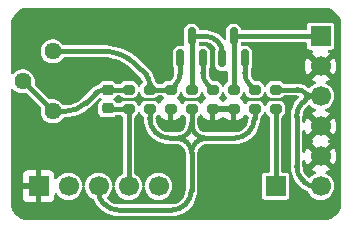
<source format=gbr>
%TF.GenerationSoftware,KiCad,Pcbnew,9.0.3*%
%TF.CreationDate,2025-09-20T16:11:44+08:00*%
%TF.ProjectId,Atari2600_2TransistorCompMod,41746172-6932-4363-9030-5f325472616e,rev?*%
%TF.SameCoordinates,Original*%
%TF.FileFunction,Copper,L1,Top*%
%TF.FilePolarity,Positive*%
%FSLAX46Y46*%
G04 Gerber Fmt 4.6, Leading zero omitted, Abs format (unit mm)*
G04 Created by KiCad (PCBNEW 9.0.3) date 2025-09-20 16:11:44*
%MOMM*%
%LPD*%
G01*
G04 APERTURE LIST*
G04 Aperture macros list*
%AMRoundRect*
0 Rectangle with rounded corners*
0 $1 Rounding radius*
0 $2 $3 $4 $5 $6 $7 $8 $9 X,Y pos of 4 corners*
0 Add a 4 corners polygon primitive as box body*
4,1,4,$2,$3,$4,$5,$6,$7,$8,$9,$2,$3,0*
0 Add four circle primitives for the rounded corners*
1,1,$1+$1,$2,$3*
1,1,$1+$1,$4,$5*
1,1,$1+$1,$6,$7*
1,1,$1+$1,$8,$9*
0 Add four rect primitives between the rounded corners*
20,1,$1+$1,$2,$3,$4,$5,0*
20,1,$1+$1,$4,$5,$6,$7,0*
20,1,$1+$1,$6,$7,$8,$9,0*
20,1,$1+$1,$8,$9,$2,$3,0*%
G04 Aperture macros list end*
%TA.AperFunction,ComponentPad*%
%ADD10R,1.700000X1.700000*%
%TD*%
%TA.AperFunction,ComponentPad*%
%ADD11C,1.700000*%
%TD*%
%TA.AperFunction,SMDPad,CuDef*%
%ADD12RoundRect,0.200000X0.275000X-0.200000X0.275000X0.200000X-0.275000X0.200000X-0.275000X-0.200000X0*%
%TD*%
%TA.AperFunction,SMDPad,CuDef*%
%ADD13RoundRect,0.225000X0.250000X-0.225000X0.250000X0.225000X-0.250000X0.225000X-0.250000X-0.225000X0*%
%TD*%
%TA.AperFunction,SMDPad,CuDef*%
%ADD14RoundRect,0.200000X-0.275000X0.200000X-0.275000X-0.200000X0.275000X-0.200000X0.275000X0.200000X0*%
%TD*%
%TA.AperFunction,ComponentPad*%
%ADD15C,1.440000*%
%TD*%
%TA.AperFunction,SMDPad,CuDef*%
%ADD16RoundRect,0.150000X0.150000X-0.587500X0.150000X0.587500X-0.150000X0.587500X-0.150000X-0.587500X0*%
%TD*%
%TA.AperFunction,ViaPad*%
%ADD17C,0.600000*%
%TD*%
%TA.AperFunction,Conductor*%
%ADD18C,0.400000*%
%TD*%
G04 APERTURE END LIST*
D10*
%TO.P,J3,1,Pin_1*%
%TO.N,/VideoOut*%
X93726000Y-58928000D03*
D11*
%TO.P,J3,2,Pin_2*%
%TO.N,GND*%
X93726000Y-61468000D03*
%TO.P,J3,3,Pin_3*%
%TO.N,/AudioOut*%
X93726000Y-64008000D03*
%TO.P,J3,4,Pin_4*%
%TO.N,GND*%
X93726000Y-66548000D03*
%TO.P,J3,5,Pin_5*%
X93726000Y-69088000D03*
%TO.P,J3,6,Pin_6*%
%TO.N,/AudioOut*%
X93726000Y-71628000D03*
%TD*%
D12*
%TO.P,R1,1*%
%TO.N,/VideoIn*%
X77470000Y-65087000D03*
%TO.P,R1,2*%
%TO.N,Net-(C1-Pad2)*%
X77470000Y-63437000D03*
%TD*%
%TO.P,R2,1*%
%TO.N,+5V*%
X79248000Y-65087000D03*
%TO.P,R2,2*%
%TO.N,Net-(Q1-B)*%
X79248000Y-63437000D03*
%TD*%
D10*
%TO.P,J2,1,Pin_1*%
%TO.N,Net-(J2-Pin_1)*%
X89916000Y-71628000D03*
%TD*%
D13*
%TO.P,C1,1*%
%TO.N,/VideoIn*%
X75692000Y-65037000D03*
%TO.P,C1,2*%
%TO.N,Net-(C1-Pad2)*%
X75692000Y-63487000D03*
%TD*%
D12*
%TO.P,R8,1*%
%TO.N,Net-(J2-Pin_1)*%
X89916000Y-65087000D03*
%TO.P,R8,2*%
%TO.N,/AudioOut*%
X89916000Y-63437000D03*
%TD*%
D14*
%TO.P,R5,1*%
%TO.N,Net-(Q1-E)*%
X84582000Y-63437000D03*
%TO.P,R5,2*%
%TO.N,GND*%
X84582000Y-65087000D03*
%TD*%
D12*
%TO.P,R4,1*%
%TO.N,+5V*%
X82804000Y-65087000D03*
%TO.P,R4,2*%
%TO.N,Net-(Q1-C)*%
X82804000Y-63437000D03*
%TD*%
%TO.P,R7,1*%
%TO.N,+5V*%
X88138000Y-65087000D03*
%TO.P,R7,2*%
%TO.N,Net-(Q2-E)*%
X88138000Y-63437000D03*
%TD*%
D14*
%TO.P,R3,1*%
%TO.N,Net-(Q1-B)*%
X81026000Y-63437000D03*
%TO.P,R3,2*%
%TO.N,GND*%
X81026000Y-65087000D03*
%TD*%
D15*
%TO.P,RV1,1,1*%
%TO.N,Net-(Q1-B)*%
X71060000Y-60198000D03*
%TO.P,RV1,2,2*%
%TO.N,Net-(C1-Pad2)*%
X68520000Y-62738000D03*
%TO.P,RV1,3,3*%
X71060000Y-65278000D03*
%TD*%
D16*
%TO.P,Q1,1,B*%
%TO.N,Net-(Q1-B)*%
X81854000Y-60803000D03*
%TO.P,Q1,2,E*%
%TO.N,Net-(Q1-E)*%
X83754000Y-60803000D03*
%TO.P,Q1,3,C*%
%TO.N,Net-(Q1-C)*%
X82804000Y-58928000D03*
%TD*%
%TO.P,Q2,1,B*%
%TO.N,Net-(Q1-C)*%
X85410000Y-60803000D03*
%TO.P,Q2,2,E*%
%TO.N,Net-(Q2-E)*%
X87310000Y-60803000D03*
%TO.P,Q2,3,C*%
%TO.N,/VideoOut*%
X86360000Y-58928000D03*
%TD*%
D14*
%TO.P,R6,1*%
%TO.N,/VideoOut*%
X86360000Y-63437000D03*
%TO.P,R6,2*%
%TO.N,GND*%
X86360000Y-65087000D03*
%TD*%
D10*
%TO.P,J1,1,Pin_1*%
%TO.N,GND*%
X69850000Y-71628000D03*
D11*
%TO.P,J1,2,Pin_2*%
%TO.N,unconnected-(J1-Pin_2-Pad2)*%
X72390000Y-71628000D03*
%TO.P,J1,3,Pin_3*%
%TO.N,+5V*%
X74930000Y-71628000D03*
%TO.P,J1,4,Pin_4*%
%TO.N,/VideoIn*%
X77470000Y-71628000D03*
%TO.P,J1,5,Pin_5*%
%TO.N,unconnected-(J1-Pin_5-Pad5)*%
X80010000Y-71628000D03*
%TD*%
D17*
%TO.N,GND*%
X92710000Y-70104000D03*
X84582000Y-66548000D03*
X69850000Y-73406000D03*
X68072000Y-71628000D03*
X92710000Y-62484000D03*
X92710000Y-60452000D03*
X69850000Y-69850000D03*
X92710000Y-67818000D03*
X94742000Y-67818000D03*
X94742000Y-65278000D03*
X94742000Y-70104000D03*
X92710000Y-65278000D03*
X94742000Y-60452000D03*
X86360000Y-66548000D03*
X94742000Y-62484000D03*
X81026000Y-66548000D03*
%TD*%
D18*
%TO.N,Net-(C1-Pad2)*%
X75656644Y-63487000D02*
X75317500Y-63487000D01*
X73891633Y-64538366D02*
X74678188Y-63751811D01*
X71060000Y-65278000D02*
X72106000Y-65278000D01*
X75777355Y-63437000D02*
X77470000Y-63437000D01*
X71060000Y-65278000D02*
X68520000Y-62738000D01*
X73891633Y-64538366D02*
G75*
G02*
X72106000Y-65277990I-1785633J1785666D01*
G01*
X75317500Y-63487000D02*
G75*
G03*
X74678193Y-63751816I0J-904100D01*
G01*
X75717000Y-63462000D02*
G75*
G02*
X75656644Y-63487018I-60400J60400D01*
G01*
X75777355Y-63437000D02*
G75*
G03*
X75717013Y-63462013I45J-85400D01*
G01*
%TO.N,/VideoIn*%
X75777355Y-65087000D02*
X77470000Y-65087000D01*
X75717000Y-65062000D02*
X75692000Y-65037000D01*
X77470000Y-65087000D02*
X77470000Y-71628000D01*
X75717000Y-65062000D02*
G75*
G03*
X75777355Y-65087018I60400J60400D01*
G01*
%TO.N,+5V*%
X88138000Y-65829579D02*
X88138000Y-65087000D01*
X84042500Y-67564000D02*
X86403579Y-67564000D01*
X75289210Y-73003210D02*
X75438000Y-73152000D01*
X79248000Y-65829579D02*
X79248000Y-65087000D01*
X82804000Y-71925579D02*
X82804000Y-68802500D01*
X76664420Y-73660000D02*
X81069579Y-73660000D01*
X82804000Y-66325500D02*
X82804000Y-65087000D01*
X74930000Y-72136000D02*
X74930000Y-71628000D01*
X80982420Y-67564000D02*
X81565500Y-67564000D01*
X74930000Y-72136000D02*
G75*
G03*
X75289214Y-73003206I1226400J0D01*
G01*
X87630000Y-67056000D02*
G75*
G02*
X86403579Y-67563992I-1226400J1226400D01*
G01*
X84042500Y-67564000D02*
G75*
G03*
X82804000Y-68802500I0J-1238500D01*
G01*
X82296000Y-73152000D02*
G75*
G02*
X81069579Y-73659992I-1226400J1226400D01*
G01*
X81565500Y-67564000D02*
G75*
G03*
X82804000Y-66325500I0J1238500D01*
G01*
X88138000Y-65829579D02*
G75*
G02*
X87630006Y-67056006I-1734400J-21D01*
G01*
X82804000Y-68802500D02*
G75*
G03*
X81565500Y-67564000I-1238500J0D01*
G01*
X75438000Y-73152000D02*
G75*
G03*
X76664420Y-73659992I1226400J1226400D01*
G01*
X82804000Y-66325500D02*
G75*
G03*
X84042500Y-67564000I1238500J0D01*
G01*
X79756000Y-67056000D02*
G75*
G03*
X80982420Y-67563992I1226400J1226400D01*
G01*
X79248000Y-65829579D02*
G75*
G03*
X79755994Y-67056006I1734400J-21D01*
G01*
X82804000Y-71925579D02*
G75*
G02*
X82296006Y-73152006I-1734400J-21D01*
G01*
%TO.N,/AudioOut*%
X93113757Y-64008000D02*
X93726000Y-64008000D01*
X91735242Y-63437000D02*
X89916000Y-63437000D01*
X92350789Y-71268789D02*
X92202000Y-71120000D01*
X92424500Y-64293500D02*
X92202000Y-64516000D01*
X91694000Y-65742420D02*
X91694000Y-69893579D01*
X93218000Y-71628000D02*
X93726000Y-71628000D01*
X91694000Y-69893579D02*
G75*
G03*
X92201994Y-71120006I1734400J-21D01*
G01*
X92202000Y-64516000D02*
G75*
G03*
X91694008Y-65742420I1226400J-1226400D01*
G01*
X92350789Y-71268789D02*
G75*
G03*
X93218000Y-71628006I867211J867189D01*
G01*
X92424500Y-63722500D02*
G75*
G03*
X93113757Y-64008017I689300J689300D01*
G01*
X92424500Y-63722500D02*
G75*
G03*
X91735242Y-63436983I-689300J-689300D01*
G01*
X92424500Y-64293500D02*
G75*
G03*
X92424500Y-63722500I-285500J285500D01*
G01*
X93113757Y-64008000D02*
G75*
G03*
X92424512Y-64293512I43J-974800D01*
G01*
%TO.N,/VideoOut*%
X86360000Y-58928000D02*
X93726000Y-58928000D01*
X86360000Y-59006500D02*
X86360000Y-63437000D01*
%TO.N,Net-(Q1-E)*%
X83754000Y-62023515D02*
X83754000Y-60803000D01*
X84168000Y-63023000D02*
X84582000Y-63437000D01*
X83754000Y-62023515D02*
G75*
G03*
X84168005Y-63022995I1413500J15D01*
G01*
%TO.N,Net-(Q1-B)*%
X79248000Y-62960500D02*
X79248000Y-63437000D01*
X81026000Y-63437000D02*
X79248000Y-63437000D01*
X78911063Y-62147063D02*
X78105000Y-61341000D01*
X81854000Y-62023515D02*
X81854000Y-60803000D01*
X81026000Y-63437000D02*
X81440000Y-63023000D01*
X75345553Y-60198000D02*
X71060000Y-60198000D01*
X78105000Y-61341000D02*
G75*
G03*
X75345553Y-60198019I-2759400J-2759400D01*
G01*
X78911063Y-62147063D02*
G75*
G02*
X79247992Y-62960500I-813463J-813437D01*
G01*
X81854000Y-62023515D02*
G75*
G02*
X81439995Y-63022995I-1413500J15D01*
G01*
%TO.N,Net-(Q2-E)*%
X87724000Y-63023000D02*
X88138000Y-63437000D01*
X87310000Y-62023515D02*
X87310000Y-60803000D01*
X87310000Y-62023515D02*
G75*
G03*
X87724005Y-63022995I1413500J15D01*
G01*
%TO.N,Net-(Q1-C)*%
X82804000Y-59085000D02*
X82804000Y-63437000D01*
X85410000Y-60279500D02*
X85410000Y-60803000D01*
X85039829Y-59385829D02*
X84996000Y-59342000D01*
X83996515Y-58928000D02*
X82804000Y-58928000D01*
X84996000Y-59342000D02*
G75*
G03*
X83996515Y-58927994I-999500J-999500D01*
G01*
X85039829Y-59385829D02*
G75*
G02*
X85410012Y-60279500I-893629J-893671D01*
G01*
%TO.N,Net-(J2-Pin_1)*%
X89916000Y-71628000D02*
X89916000Y-65087000D01*
%TD*%
%TA.AperFunction,Conductor*%
%TO.N,GND*%
G36*
X94004418Y-56500816D02*
G01*
X94204561Y-56515130D01*
X94222063Y-56517647D01*
X94413797Y-56559355D01*
X94430755Y-56564334D01*
X94614609Y-56632909D01*
X94630701Y-56640259D01*
X94802904Y-56734288D01*
X94817784Y-56743849D01*
X94974867Y-56861441D01*
X94988237Y-56873027D01*
X95126972Y-57011762D01*
X95138558Y-57025132D01*
X95256146Y-57182210D01*
X95265711Y-57197095D01*
X95359740Y-57369298D01*
X95367090Y-57385390D01*
X95435662Y-57569236D01*
X95440646Y-57586212D01*
X95482351Y-57777931D01*
X95484869Y-57795442D01*
X95499184Y-57995580D01*
X95499500Y-58004427D01*
X95499500Y-72995572D01*
X95499184Y-73004419D01*
X95484869Y-73204557D01*
X95482351Y-73222068D01*
X95440646Y-73413787D01*
X95435662Y-73430763D01*
X95367090Y-73614609D01*
X95359740Y-73630701D01*
X95265711Y-73802904D01*
X95256146Y-73817789D01*
X95138558Y-73974867D01*
X95126972Y-73988237D01*
X94988237Y-74126972D01*
X94974867Y-74138558D01*
X94817789Y-74256146D01*
X94802904Y-74265711D01*
X94630701Y-74359740D01*
X94614609Y-74367090D01*
X94430763Y-74435662D01*
X94413787Y-74440646D01*
X94222068Y-74482351D01*
X94204557Y-74484869D01*
X94023779Y-74497799D01*
X94004417Y-74499184D01*
X93995572Y-74499500D01*
X69004428Y-74499500D01*
X68995582Y-74499184D01*
X68973622Y-74497613D01*
X68795442Y-74484869D01*
X68777931Y-74482351D01*
X68586212Y-74440646D01*
X68569236Y-74435662D01*
X68385390Y-74367090D01*
X68369298Y-74359740D01*
X68197095Y-74265711D01*
X68182210Y-74256146D01*
X68025132Y-74138558D01*
X68011762Y-74126972D01*
X67873027Y-73988237D01*
X67861441Y-73974867D01*
X67793954Y-73884715D01*
X67743849Y-73817784D01*
X67734288Y-73802904D01*
X67640259Y-73630701D01*
X67632909Y-73614609D01*
X67578816Y-73469582D01*
X67564334Y-73430755D01*
X67559355Y-73413797D01*
X67517647Y-73222063D01*
X67515130Y-73204556D01*
X67511907Y-73159499D01*
X67500816Y-73004418D01*
X67500500Y-72995572D01*
X67500500Y-63457835D01*
X67520185Y-63390796D01*
X67572989Y-63345041D01*
X67642147Y-63335097D01*
X67705703Y-63364122D01*
X67723242Y-63384003D01*
X67723462Y-63383823D01*
X67727328Y-63388534D01*
X67869465Y-63530671D01*
X67869469Y-63530674D01*
X68036605Y-63642352D01*
X68036618Y-63642359D01*
X68184700Y-63703696D01*
X68222331Y-63719283D01*
X68419484Y-63758499D01*
X68419488Y-63758500D01*
X68419489Y-63758500D01*
X68620512Y-63758500D01*
X68620512Y-63758499D01*
X68732479Y-63736228D01*
X68802069Y-63742455D01*
X68844350Y-63770164D01*
X70027834Y-64953648D01*
X70061319Y-65014971D01*
X70061771Y-65065519D01*
X70039500Y-65177490D01*
X70039500Y-65378515D01*
X70078715Y-65575661D01*
X70078718Y-65575673D01*
X70155640Y-65761381D01*
X70155647Y-65761394D01*
X70267325Y-65928530D01*
X70267328Y-65928534D01*
X70409465Y-66070671D01*
X70409469Y-66070674D01*
X70576605Y-66182352D01*
X70576618Y-66182359D01*
X70762326Y-66259281D01*
X70762331Y-66259283D01*
X70959484Y-66298499D01*
X70959488Y-66298500D01*
X70959489Y-66298500D01*
X71160512Y-66298500D01*
X71160513Y-66298499D01*
X71357669Y-66259283D01*
X71543388Y-66182356D01*
X71710531Y-66070674D01*
X71852674Y-65928531D01*
X71916099Y-65833608D01*
X71922187Y-65828520D01*
X71925483Y-65821304D01*
X71948610Y-65806438D01*
X71969711Y-65788804D01*
X71979080Y-65786852D01*
X71984258Y-65783525D01*
X72019175Y-65778503D01*
X72019193Y-65778500D01*
X72040108Y-65778500D01*
X72106000Y-65778500D01*
X72171892Y-65778500D01*
X72171930Y-65778489D01*
X72180104Y-65778489D01*
X72254643Y-65778489D01*
X72254646Y-65778489D01*
X72550506Y-65749350D01*
X72721181Y-65715401D01*
X72842064Y-65691357D01*
X72842075Y-65691354D01*
X72842075Y-65691353D01*
X72842085Y-65691352D01*
X73126575Y-65605053D01*
X73401237Y-65491286D01*
X73663426Y-65351146D01*
X73910616Y-65185981D01*
X74140427Y-64997383D01*
X74198942Y-64938868D01*
X74198947Y-64938866D01*
X74245537Y-64892276D01*
X74292130Y-64845684D01*
X74292130Y-64845682D01*
X74302335Y-64835478D01*
X74302339Y-64835473D01*
X74978965Y-64158846D01*
X74981300Y-64156514D01*
X75003364Y-64144478D01*
X75001795Y-64141789D01*
X75001807Y-64141782D01*
X75003376Y-64144472D01*
X75011846Y-64139851D01*
X75042573Y-64123070D01*
X75042607Y-64123072D01*
X75042638Y-64123056D01*
X75077547Y-64125567D01*
X75112265Y-64128047D01*
X75112303Y-64128068D01*
X75112327Y-64128070D01*
X75112382Y-64128111D01*
X75143868Y-64145428D01*
X75165843Y-64162093D01*
X75167297Y-64163195D01*
X75208821Y-64219388D01*
X75213372Y-64289109D01*
X75179507Y-64350223D01*
X75167298Y-64360802D01*
X75066922Y-64436920D01*
X74979636Y-64552023D01*
X74926640Y-64686411D01*
X74922320Y-64722391D01*
X74916500Y-64770856D01*
X74916500Y-65303144D01*
X74920566Y-65337000D01*
X74926640Y-65387588D01*
X74979636Y-65521976D01*
X75066921Y-65637078D01*
X75182023Y-65724363D01*
X75182024Y-65724363D01*
X75182025Y-65724364D01*
X75316410Y-65777359D01*
X75400856Y-65787500D01*
X75400862Y-65787500D01*
X75983138Y-65787500D01*
X75983144Y-65787500D01*
X76067590Y-65777359D01*
X76201975Y-65724364D01*
X76317078Y-65637078D01*
X76317459Y-65636574D01*
X76317923Y-65636232D01*
X76323072Y-65631083D01*
X76323845Y-65631856D01*
X76373650Y-65595052D01*
X76416263Y-65587500D01*
X76732680Y-65587500D01*
X76799719Y-65607185D01*
X76812037Y-65616219D01*
X76823221Y-65625534D01*
X76837454Y-65644546D01*
X76922399Y-65708136D01*
X76924857Y-65710183D01*
X76942598Y-65736638D01*
X76961682Y-65762131D01*
X76962413Y-65766186D01*
X76963772Y-65768212D01*
X76963892Y-65774383D01*
X76969500Y-65805464D01*
X76969500Y-70515792D01*
X76949815Y-70582831D01*
X76901798Y-70626275D01*
X76867004Y-70644004D01*
X76720505Y-70750441D01*
X76720500Y-70750445D01*
X76592445Y-70878500D01*
X76592441Y-70878505D01*
X76486006Y-71025002D01*
X76403788Y-71186360D01*
X76403787Y-71186363D01*
X76347829Y-71358589D01*
X76322473Y-71518678D01*
X76292544Y-71581813D01*
X76233232Y-71618744D01*
X76163369Y-71617746D01*
X76105137Y-71579136D01*
X76077527Y-71518678D01*
X76061936Y-71420246D01*
X76052171Y-71358591D01*
X75997038Y-71188905D01*
X75996212Y-71186363D01*
X75996211Y-71186360D01*
X75925937Y-71048442D01*
X75913996Y-71025006D01*
X75895681Y-70999797D01*
X75807558Y-70878505D01*
X75807554Y-70878500D01*
X75679499Y-70750445D01*
X75679494Y-70750441D01*
X75532997Y-70644006D01*
X75532996Y-70644005D01*
X75532994Y-70644004D01*
X75456906Y-70605235D01*
X75371639Y-70561788D01*
X75371636Y-70561787D01*
X75199410Y-70505829D01*
X75020551Y-70477500D01*
X75020546Y-70477500D01*
X74839454Y-70477500D01*
X74839449Y-70477500D01*
X74660589Y-70505829D01*
X74488363Y-70561787D01*
X74488360Y-70561788D01*
X74327002Y-70644006D01*
X74180505Y-70750441D01*
X74180500Y-70750445D01*
X74052445Y-70878500D01*
X74052441Y-70878505D01*
X73946006Y-71025002D01*
X73863788Y-71186360D01*
X73863787Y-71186363D01*
X73807829Y-71358589D01*
X73782473Y-71518678D01*
X73752544Y-71581813D01*
X73693232Y-71618744D01*
X73623369Y-71617746D01*
X73565137Y-71579136D01*
X73537527Y-71518678D01*
X73521936Y-71420246D01*
X73512171Y-71358591D01*
X73457038Y-71188905D01*
X73456212Y-71186363D01*
X73456211Y-71186360D01*
X73385937Y-71048442D01*
X73373996Y-71025006D01*
X73355681Y-70999797D01*
X73267558Y-70878505D01*
X73267554Y-70878500D01*
X73139499Y-70750445D01*
X73139494Y-70750441D01*
X72992997Y-70644006D01*
X72992996Y-70644005D01*
X72992994Y-70644004D01*
X72916906Y-70605235D01*
X72831639Y-70561788D01*
X72831636Y-70561787D01*
X72659410Y-70505829D01*
X72480551Y-70477500D01*
X72480546Y-70477500D01*
X72299454Y-70477500D01*
X72299449Y-70477500D01*
X72120589Y-70505829D01*
X71948363Y-70561787D01*
X71948360Y-70561788D01*
X71787002Y-70644006D01*
X71640505Y-70750441D01*
X71640500Y-70750445D01*
X71512445Y-70878500D01*
X71512441Y-70878505D01*
X71424318Y-70999797D01*
X71368988Y-71042463D01*
X71299375Y-71048442D01*
X71237580Y-71015836D01*
X71203223Y-70954998D01*
X71200000Y-70926912D01*
X71200000Y-70730172D01*
X71199999Y-70730155D01*
X71193598Y-70670627D01*
X71193596Y-70670620D01*
X71143354Y-70535913D01*
X71143350Y-70535906D01*
X71057190Y-70420812D01*
X71057187Y-70420809D01*
X70942093Y-70334649D01*
X70942086Y-70334645D01*
X70807379Y-70284403D01*
X70807372Y-70284401D01*
X70747844Y-70278000D01*
X70100000Y-70278000D01*
X70100000Y-71194988D01*
X70042993Y-71162075D01*
X69915826Y-71128000D01*
X69784174Y-71128000D01*
X69657007Y-71162075D01*
X69600000Y-71194988D01*
X69600000Y-70278000D01*
X68952155Y-70278000D01*
X68892627Y-70284401D01*
X68892620Y-70284403D01*
X68757913Y-70334645D01*
X68757906Y-70334649D01*
X68642812Y-70420809D01*
X68642809Y-70420812D01*
X68556649Y-70535906D01*
X68556645Y-70535913D01*
X68506403Y-70670620D01*
X68506401Y-70670627D01*
X68500000Y-70730155D01*
X68500000Y-71378000D01*
X69416988Y-71378000D01*
X69384075Y-71435007D01*
X69350000Y-71562174D01*
X69350000Y-71693826D01*
X69384075Y-71820993D01*
X69416988Y-71878000D01*
X68500000Y-71878000D01*
X68500000Y-72525844D01*
X68506401Y-72585372D01*
X68506403Y-72585379D01*
X68556645Y-72720086D01*
X68556649Y-72720093D01*
X68642809Y-72835187D01*
X68642812Y-72835190D01*
X68757906Y-72921350D01*
X68757913Y-72921354D01*
X68892620Y-72971596D01*
X68892627Y-72971598D01*
X68952155Y-72977999D01*
X68952172Y-72978000D01*
X69600000Y-72978000D01*
X69600000Y-72061012D01*
X69657007Y-72093925D01*
X69784174Y-72128000D01*
X69915826Y-72128000D01*
X70042993Y-72093925D01*
X70100000Y-72061012D01*
X70100000Y-72978000D01*
X70747828Y-72978000D01*
X70747844Y-72977999D01*
X70807372Y-72971598D01*
X70807379Y-72971596D01*
X70942086Y-72921354D01*
X70942093Y-72921350D01*
X71057187Y-72835190D01*
X71057190Y-72835187D01*
X71143350Y-72720093D01*
X71143354Y-72720086D01*
X71193596Y-72585379D01*
X71193598Y-72585372D01*
X71199999Y-72525844D01*
X71200000Y-72525827D01*
X71200000Y-72329087D01*
X71219685Y-72262048D01*
X71272489Y-72216293D01*
X71341647Y-72206349D01*
X71405203Y-72235374D01*
X71424318Y-72256202D01*
X71512441Y-72377495D01*
X71640500Y-72505554D01*
X71640505Y-72505558D01*
X71750361Y-72585372D01*
X71787006Y-72611996D01*
X71877863Y-72658290D01*
X71948360Y-72694211D01*
X71948363Y-72694212D01*
X71975260Y-72702951D01*
X72120591Y-72750171D01*
X72203429Y-72763291D01*
X72299449Y-72778500D01*
X72299454Y-72778500D01*
X72480551Y-72778500D01*
X72567259Y-72764765D01*
X72659409Y-72750171D01*
X72831639Y-72694211D01*
X72992994Y-72611996D01*
X73139501Y-72505553D01*
X73267553Y-72377501D01*
X73373996Y-72230994D01*
X73456211Y-72069639D01*
X73512171Y-71897409D01*
X73526422Y-71807425D01*
X73537527Y-71737321D01*
X73567456Y-71674186D01*
X73626768Y-71637255D01*
X73696630Y-71638253D01*
X73754863Y-71676863D01*
X73782473Y-71737321D01*
X73807829Y-71897410D01*
X73863787Y-72069636D01*
X73863788Y-72069639D01*
X73893578Y-72128103D01*
X73938513Y-72216293D01*
X73946006Y-72230997D01*
X74052441Y-72377494D01*
X74052445Y-72377499D01*
X74180500Y-72505554D01*
X74180505Y-72505558D01*
X74290361Y-72585372D01*
X74327006Y-72611996D01*
X74485712Y-72692861D01*
X74536508Y-72740836D01*
X74543977Y-72755890D01*
X74604267Y-72901440D01*
X74641997Y-72966789D01*
X74717456Y-73097486D01*
X74717460Y-73097491D01*
X74855267Y-73277081D01*
X74855267Y-73277082D01*
X74923372Y-73345186D01*
X75047768Y-73469582D01*
X75047782Y-73469608D01*
X75084087Y-73505912D01*
X75084087Y-73505913D01*
X75130675Y-73552500D01*
X75172841Y-73594666D01*
X75369086Y-73751165D01*
X75369095Y-73751172D01*
X75581629Y-73884715D01*
X75581647Y-73884726D01*
X75794549Y-73987252D01*
X75807805Y-73993636D01*
X76044742Y-74076542D01*
X76289471Y-74132398D01*
X76289481Y-74132399D01*
X76289487Y-74132400D01*
X76367135Y-74141147D01*
X76538915Y-74160501D01*
X76664426Y-74160500D01*
X81069573Y-74160500D01*
X81135471Y-74160500D01*
X81144184Y-74160500D01*
X81144306Y-74160491D01*
X81195084Y-74160492D01*
X81389771Y-74138558D01*
X81444510Y-74132391D01*
X81444511Y-74132390D01*
X81444527Y-74132389D01*
X81689255Y-74076534D01*
X81926191Y-73993628D01*
X82152331Y-73884726D01*
X82152348Y-73884718D01*
X82152348Y-73884717D01*
X82152354Y-73884715D01*
X82364900Y-73751165D01*
X82561157Y-73594656D01*
X82596586Y-73559226D01*
X82603313Y-73552500D01*
X82603314Y-73552500D01*
X82613587Y-73542227D01*
X82613613Y-73542212D01*
X82649912Y-73505912D01*
X82649913Y-73505913D01*
X82738662Y-73417163D01*
X82895172Y-73220905D01*
X83028723Y-73008358D01*
X83137637Y-72782194D01*
X83220542Y-72545258D01*
X83276398Y-72300528D01*
X83304501Y-72051084D01*
X83304500Y-71925573D01*
X83304500Y-71897409D01*
X83304500Y-68808592D01*
X83305097Y-68796438D01*
X83308572Y-68761151D01*
X83317483Y-68670671D01*
X83322223Y-68646842D01*
X83357134Y-68531757D01*
X83366432Y-68509313D01*
X83423120Y-68403257D01*
X83436622Y-68383048D01*
X83512911Y-68290090D01*
X83530090Y-68272911D01*
X83623048Y-68196622D01*
X83643257Y-68183120D01*
X83749313Y-68126432D01*
X83771757Y-68117134D01*
X83886842Y-68082223D01*
X83910673Y-68077483D01*
X84036438Y-68065096D01*
X84048592Y-68064500D01*
X86478184Y-68064500D01*
X86478306Y-68064491D01*
X86529084Y-68064492D01*
X86707135Y-68044432D01*
X86778510Y-68036391D01*
X86778511Y-68036390D01*
X86778527Y-68036389D01*
X87023255Y-67980534D01*
X87260191Y-67897628D01*
X87486331Y-67788726D01*
X87486348Y-67788718D01*
X87486348Y-67788717D01*
X87486354Y-67788715D01*
X87698900Y-67655165D01*
X87895157Y-67498656D01*
X87930586Y-67463226D01*
X87937313Y-67456500D01*
X87937314Y-67456500D01*
X87947587Y-67446227D01*
X87947613Y-67446212D01*
X87983912Y-67409912D01*
X87983913Y-67409913D01*
X88072662Y-67321163D01*
X88229172Y-67124905D01*
X88362723Y-66912358D01*
X88471637Y-66686194D01*
X88554542Y-66449258D01*
X88610398Y-66204528D01*
X88638501Y-65955084D01*
X88638500Y-65829573D01*
X88638500Y-65808306D01*
X88638500Y-65805464D01*
X88658185Y-65738425D01*
X88688187Y-65706199D01*
X88770546Y-65644546D01*
X88856796Y-65529331D01*
X88907091Y-65394483D01*
X88907090Y-65394483D01*
X88909802Y-65387215D01*
X88911877Y-65387989D01*
X88940875Y-65337037D01*
X89002778Y-65304637D01*
X89072371Y-65310847D01*
X89127559Y-65353696D01*
X89143067Y-65387636D01*
X89144198Y-65387215D01*
X89197202Y-65529328D01*
X89197206Y-65529335D01*
X89283452Y-65644544D01*
X89283453Y-65644545D01*
X89283454Y-65644546D01*
X89365811Y-65706198D01*
X89407682Y-65762131D01*
X89415500Y-65805464D01*
X89415500Y-70353500D01*
X89395815Y-70420539D01*
X89343011Y-70466294D01*
X89291500Y-70477500D01*
X89021143Y-70477500D01*
X89021117Y-70477502D01*
X88996012Y-70480413D01*
X88996008Y-70480415D01*
X88893235Y-70525793D01*
X88813794Y-70605234D01*
X88768415Y-70708006D01*
X88768415Y-70708008D01*
X88765500Y-70733131D01*
X88765500Y-72522856D01*
X88765502Y-72522882D01*
X88768413Y-72547987D01*
X88768415Y-72547991D01*
X88813793Y-72650764D01*
X88813794Y-72650765D01*
X88893235Y-72730206D01*
X88996009Y-72775585D01*
X89021135Y-72778500D01*
X90810864Y-72778499D01*
X90810879Y-72778497D01*
X90810882Y-72778497D01*
X90835987Y-72775586D01*
X90835988Y-72775585D01*
X90835991Y-72775585D01*
X90938765Y-72730206D01*
X91018206Y-72650765D01*
X91063585Y-72547991D01*
X91066500Y-72522865D01*
X91066499Y-70733136D01*
X91066497Y-70733117D01*
X91063586Y-70708012D01*
X91063585Y-70708010D01*
X91063585Y-70708009D01*
X91018206Y-70605235D01*
X90938765Y-70525794D01*
X90910367Y-70513255D01*
X90835992Y-70480415D01*
X90810868Y-70477500D01*
X90810865Y-70477500D01*
X90540500Y-70477500D01*
X90473461Y-70457815D01*
X90427706Y-70405011D01*
X90416500Y-70353500D01*
X90416500Y-65805464D01*
X90436185Y-65738425D01*
X90466187Y-65706199D01*
X90548546Y-65644546D01*
X90634796Y-65529331D01*
X90685091Y-65394483D01*
X90691500Y-65334873D01*
X90691499Y-64839128D01*
X90685091Y-64779517D01*
X90679586Y-64764758D01*
X90634797Y-64644671D01*
X90634793Y-64644664D01*
X90548547Y-64529455D01*
X90548544Y-64529452D01*
X90433335Y-64443206D01*
X90433328Y-64443202D01*
X90298486Y-64392910D01*
X90298485Y-64392909D01*
X90298483Y-64392909D01*
X90238873Y-64386500D01*
X90238863Y-64386500D01*
X89593129Y-64386500D01*
X89593123Y-64386501D01*
X89533516Y-64392908D01*
X89398671Y-64443202D01*
X89398664Y-64443206D01*
X89283455Y-64529452D01*
X89283452Y-64529455D01*
X89197206Y-64644664D01*
X89197202Y-64644671D01*
X89144198Y-64786785D01*
X89142128Y-64786012D01*
X89113100Y-64836986D01*
X89051188Y-64869369D01*
X88981597Y-64863140D01*
X88926420Y-64820275D01*
X88910932Y-64786363D01*
X88909802Y-64786785D01*
X88856797Y-64644671D01*
X88856793Y-64644664D01*
X88770547Y-64529455D01*
X88770544Y-64529452D01*
X88655335Y-64443206D01*
X88655328Y-64443202D01*
X88520486Y-64392910D01*
X88520485Y-64392909D01*
X88520483Y-64392909D01*
X88460873Y-64386500D01*
X88460863Y-64386500D01*
X87815129Y-64386500D01*
X87815123Y-64386501D01*
X87755516Y-64392908D01*
X87620671Y-64443202D01*
X87620664Y-64443206D01*
X87505455Y-64529452D01*
X87467063Y-64580737D01*
X87411129Y-64622607D01*
X87341437Y-64627591D01*
X87280114Y-64594105D01*
X87261680Y-64570575D01*
X87190072Y-64452122D01*
X87069877Y-64331927D01*
X86935165Y-64250491D01*
X86887978Y-64198963D01*
X86876139Y-64130104D01*
X86903408Y-64065775D01*
X86924999Y-64045111D01*
X86992546Y-63994546D01*
X87078796Y-63879331D01*
X87123863Y-63758500D01*
X87131802Y-63737215D01*
X87133877Y-63737989D01*
X87162875Y-63687037D01*
X87224778Y-63654637D01*
X87294371Y-63660847D01*
X87349559Y-63703696D01*
X87365067Y-63737636D01*
X87366198Y-63737215D01*
X87419202Y-63879328D01*
X87419206Y-63879335D01*
X87505452Y-63994544D01*
X87505455Y-63994547D01*
X87620664Y-64080793D01*
X87620671Y-64080797D01*
X87658905Y-64095057D01*
X87755517Y-64131091D01*
X87815127Y-64137500D01*
X88460872Y-64137499D01*
X88520483Y-64131091D01*
X88655331Y-64080796D01*
X88770546Y-63994546D01*
X88856796Y-63879331D01*
X88901863Y-63758500D01*
X88909802Y-63737215D01*
X88911877Y-63737989D01*
X88940875Y-63687037D01*
X89002778Y-63654637D01*
X89072371Y-63660847D01*
X89127559Y-63703696D01*
X89143067Y-63737636D01*
X89144198Y-63737215D01*
X89197202Y-63879328D01*
X89197206Y-63879335D01*
X89283452Y-63994544D01*
X89283455Y-63994547D01*
X89398664Y-64080793D01*
X89398671Y-64080797D01*
X89436905Y-64095057D01*
X89533517Y-64131091D01*
X89593127Y-64137500D01*
X90238872Y-64137499D01*
X90298483Y-64131091D01*
X90433331Y-64080796D01*
X90548546Y-63994546D01*
X90554052Y-63987191D01*
X90609985Y-63945319D01*
X90653320Y-63937500D01*
X91729130Y-63937500D01*
X91741270Y-63938096D01*
X91781510Y-63942061D01*
X91846291Y-63968222D01*
X91886649Y-64025257D01*
X91889764Y-64095057D01*
X91857030Y-64153142D01*
X91759340Y-64250833D01*
X91759335Y-64250839D01*
X91602830Y-64447091D01*
X91602829Y-64447093D01*
X91469273Y-64659647D01*
X91360364Y-64885803D01*
X91277458Y-65122741D01*
X91277456Y-65122747D01*
X91221602Y-65367467D01*
X91221599Y-65367487D01*
X91193499Y-65616907D01*
X91193499Y-65616912D01*
X91193500Y-65691352D01*
X91193500Y-69967247D01*
X91193508Y-69967374D01*
X91193508Y-70019092D01*
X91221608Y-70268510D01*
X91221612Y-70268534D01*
X91277464Y-70513250D01*
X91277466Y-70513255D01*
X91360372Y-70750192D01*
X91469281Y-70976348D01*
X91469285Y-70976354D01*
X91564569Y-71128000D01*
X91602836Y-71188901D01*
X91602839Y-71188905D01*
X91759343Y-71385156D01*
X91794429Y-71420242D01*
X91794432Y-71420246D01*
X92049160Y-71674975D01*
X92049232Y-71675038D01*
X92076916Y-71702722D01*
X92076925Y-71702730D01*
X92256510Y-71840533D01*
X92256514Y-71840536D01*
X92256519Y-71840539D01*
X92256527Y-71840544D01*
X92452548Y-71953720D01*
X92452552Y-71953722D01*
X92452561Y-71953727D01*
X92598103Y-72014013D01*
X92652505Y-72057853D01*
X92661131Y-72072274D01*
X92734513Y-72216293D01*
X92742006Y-72230997D01*
X92848441Y-72377494D01*
X92848445Y-72377499D01*
X92976500Y-72505554D01*
X92976505Y-72505558D01*
X93086361Y-72585372D01*
X93123006Y-72611996D01*
X93213863Y-72658290D01*
X93284360Y-72694211D01*
X93284363Y-72694212D01*
X93311260Y-72702951D01*
X93456591Y-72750171D01*
X93539429Y-72763291D01*
X93635449Y-72778500D01*
X93635454Y-72778500D01*
X93816551Y-72778500D01*
X93903259Y-72764765D01*
X93995409Y-72750171D01*
X94167639Y-72694211D01*
X94328994Y-72611996D01*
X94475501Y-72505553D01*
X94603553Y-72377501D01*
X94709996Y-72230994D01*
X94792211Y-72069639D01*
X94848171Y-71897409D01*
X94862765Y-71805259D01*
X94876500Y-71718551D01*
X94876500Y-71537448D01*
X94857936Y-71420246D01*
X94848171Y-71358591D01*
X94793038Y-71188905D01*
X94792212Y-71186363D01*
X94792211Y-71186360D01*
X94721937Y-71048442D01*
X94709996Y-71025006D01*
X94691681Y-70999797D01*
X94603558Y-70878505D01*
X94603554Y-70878500D01*
X94475499Y-70750445D01*
X94475494Y-70750441D01*
X94328995Y-70644004D01*
X94197314Y-70576908D01*
X94146519Y-70528934D01*
X94129724Y-70461113D01*
X94152262Y-70394978D01*
X94206977Y-70351527D01*
X94215295Y-70348492D01*
X94244217Y-70339095D01*
X94433554Y-70242622D01*
X94487716Y-70203270D01*
X94487717Y-70203270D01*
X93855408Y-69570962D01*
X93918993Y-69553925D01*
X94033007Y-69488099D01*
X94126099Y-69395007D01*
X94191925Y-69280993D01*
X94208962Y-69217408D01*
X94841270Y-69849717D01*
X94841270Y-69849716D01*
X94880622Y-69795554D01*
X94977095Y-69606217D01*
X95042757Y-69404130D01*
X95042757Y-69404127D01*
X95076000Y-69194246D01*
X95076000Y-68981753D01*
X95042757Y-68771872D01*
X95042757Y-68771869D01*
X94977095Y-68569782D01*
X94880624Y-68380449D01*
X94841270Y-68326282D01*
X94841269Y-68326282D01*
X94208962Y-68958590D01*
X94191925Y-68895007D01*
X94126099Y-68780993D01*
X94033007Y-68687901D01*
X93918993Y-68622075D01*
X93855409Y-68605037D01*
X94487716Y-67972728D01*
X94433550Y-67933375D01*
X94423954Y-67928486D01*
X94373157Y-67880512D01*
X94356361Y-67812692D01*
X94378897Y-67746556D01*
X94423954Y-67707514D01*
X94433554Y-67702622D01*
X94487716Y-67663270D01*
X94487717Y-67663270D01*
X93855408Y-67030962D01*
X93918993Y-67013925D01*
X94033007Y-66948099D01*
X94126099Y-66855007D01*
X94191925Y-66740993D01*
X94208962Y-66677408D01*
X94841270Y-67309717D01*
X94841270Y-67309716D01*
X94880622Y-67255554D01*
X94977095Y-67066217D01*
X95042757Y-66864130D01*
X95042757Y-66864127D01*
X95076000Y-66654246D01*
X95076000Y-66441753D01*
X95042757Y-66231872D01*
X95042757Y-66231869D01*
X94977095Y-66029782D01*
X94880624Y-65840449D01*
X94841270Y-65786282D01*
X94841269Y-65786282D01*
X94208962Y-66418590D01*
X94191925Y-66355007D01*
X94126099Y-66240993D01*
X94033007Y-66147901D01*
X93918993Y-66082075D01*
X93855409Y-66065037D01*
X94487716Y-65432728D01*
X94433550Y-65393375D01*
X94244217Y-65296904D01*
X94215292Y-65287506D01*
X94157616Y-65248068D01*
X94130418Y-65183710D01*
X94142333Y-65114863D01*
X94189577Y-65063388D01*
X94197315Y-65059090D01*
X94328994Y-64991996D01*
X94475501Y-64885553D01*
X94603553Y-64757501D01*
X94709996Y-64610994D01*
X94792211Y-64449639D01*
X94848171Y-64277409D01*
X94865067Y-64170733D01*
X94876500Y-64098551D01*
X94876500Y-63917448D01*
X94860019Y-63813397D01*
X94848171Y-63738591D01*
X94792211Y-63566361D01*
X94792211Y-63566360D01*
X94763740Y-63510484D01*
X94709996Y-63405006D01*
X94666429Y-63345041D01*
X94603558Y-63258505D01*
X94603554Y-63258500D01*
X94475498Y-63130444D01*
X94475494Y-63130441D01*
X94328995Y-63024004D01*
X94197314Y-62956908D01*
X94146519Y-62908934D01*
X94129724Y-62841113D01*
X94152262Y-62774978D01*
X94206977Y-62731527D01*
X94215295Y-62728492D01*
X94244217Y-62719095D01*
X94433554Y-62622622D01*
X94487716Y-62583270D01*
X94487717Y-62583270D01*
X93855408Y-61950962D01*
X93918993Y-61933925D01*
X94033007Y-61868099D01*
X94126099Y-61775007D01*
X94191925Y-61660993D01*
X94208962Y-61597408D01*
X94841270Y-62229717D01*
X94841270Y-62229716D01*
X94880622Y-62175554D01*
X94977095Y-61986217D01*
X95042757Y-61784130D01*
X95042757Y-61784127D01*
X95076000Y-61574246D01*
X95076000Y-61361753D01*
X95042757Y-61151872D01*
X95042757Y-61151869D01*
X94977095Y-60949782D01*
X94880624Y-60760449D01*
X94841270Y-60706282D01*
X94841269Y-60706282D01*
X94208962Y-61338590D01*
X94191925Y-61275007D01*
X94126099Y-61160993D01*
X94033007Y-61067901D01*
X93918993Y-61002075D01*
X93855409Y-60985037D01*
X94487716Y-60352728D01*
X94433550Y-60313375D01*
X94432786Y-60312986D01*
X94432546Y-60312759D01*
X94429396Y-60310829D01*
X94429801Y-60310167D01*
X94381988Y-60265013D01*
X94365191Y-60197192D01*
X94387726Y-60131057D01*
X94442440Y-60087604D01*
X94489076Y-60078499D01*
X94620864Y-60078499D01*
X94620879Y-60078497D01*
X94620882Y-60078497D01*
X94645987Y-60075586D01*
X94645988Y-60075585D01*
X94645991Y-60075585D01*
X94748765Y-60030206D01*
X94828206Y-59950765D01*
X94873585Y-59847991D01*
X94876500Y-59822865D01*
X94876499Y-58033136D01*
X94876497Y-58033117D01*
X94873586Y-58008012D01*
X94873585Y-58008010D01*
X94873585Y-58008009D01*
X94828206Y-57905235D01*
X94748765Y-57825794D01*
X94748763Y-57825793D01*
X94645992Y-57780415D01*
X94620865Y-57777500D01*
X92831143Y-57777500D01*
X92831117Y-57777502D01*
X92806012Y-57780413D01*
X92806008Y-57780415D01*
X92703235Y-57825793D01*
X92623794Y-57905234D01*
X92578415Y-58008006D01*
X92578415Y-58008008D01*
X92575500Y-58033131D01*
X92575500Y-58303500D01*
X92555815Y-58370539D01*
X92503011Y-58416294D01*
X92451500Y-58427500D01*
X87084500Y-58427500D01*
X87017461Y-58407815D01*
X86971706Y-58355011D01*
X86960500Y-58303500D01*
X86960500Y-58286230D01*
X86957646Y-58255800D01*
X86957646Y-58255798D01*
X86912793Y-58127619D01*
X86912792Y-58127617D01*
X86832150Y-58018350D01*
X86722882Y-57937707D01*
X86722880Y-57937706D01*
X86594700Y-57892853D01*
X86564270Y-57890000D01*
X86564266Y-57890000D01*
X86155734Y-57890000D01*
X86155730Y-57890000D01*
X86125300Y-57892853D01*
X86125298Y-57892853D01*
X85997119Y-57937706D01*
X85997117Y-57937707D01*
X85887850Y-58018350D01*
X85807207Y-58127617D01*
X85807206Y-58127619D01*
X85762353Y-58255798D01*
X85762353Y-58255800D01*
X85759500Y-58286230D01*
X85759500Y-59118502D01*
X85752077Y-59143778D01*
X85748363Y-59169864D01*
X85742388Y-59176777D01*
X85739815Y-59185541D01*
X85719907Y-59202790D01*
X85702678Y-59222728D01*
X85693914Y-59225313D01*
X85687011Y-59231296D01*
X85660933Y-59235045D01*
X85635664Y-59242502D01*
X85626895Y-59239939D01*
X85617853Y-59241240D01*
X85593886Y-59230294D01*
X85568599Y-59222906D01*
X85559596Y-59214635D01*
X85554297Y-59212215D01*
X85541895Y-59199829D01*
X85539412Y-59196971D01*
X85475501Y-59113684D01*
X85414170Y-59052356D01*
X85303314Y-58941500D01*
X85303313Y-58941499D01*
X85297396Y-58935582D01*
X85297319Y-58935515D01*
X85261205Y-58899399D01*
X85261200Y-58899395D01*
X85261197Y-58899392D01*
X85062147Y-58746655D01*
X84844865Y-58621206D01*
X84613067Y-58525191D01*
X84370717Y-58460251D01*
X84121968Y-58427500D01*
X84062408Y-58427500D01*
X84062407Y-58427500D01*
X83996520Y-58427500D01*
X83930628Y-58427499D01*
X83930624Y-58427500D01*
X83528500Y-58427500D01*
X83461461Y-58407815D01*
X83415706Y-58355011D01*
X83404500Y-58303500D01*
X83404500Y-58286230D01*
X83401646Y-58255800D01*
X83401646Y-58255798D01*
X83356793Y-58127619D01*
X83356792Y-58127617D01*
X83276150Y-58018350D01*
X83166882Y-57937707D01*
X83166880Y-57937706D01*
X83038700Y-57892853D01*
X83008270Y-57890000D01*
X83008266Y-57890000D01*
X82599734Y-57890000D01*
X82599730Y-57890000D01*
X82569300Y-57892853D01*
X82569298Y-57892853D01*
X82441119Y-57937706D01*
X82441117Y-57937707D01*
X82331850Y-58018350D01*
X82251207Y-58127617D01*
X82251206Y-58127619D01*
X82206353Y-58255798D01*
X82206353Y-58255800D01*
X82203500Y-58286230D01*
X82203500Y-59569769D01*
X82206353Y-59600199D01*
X82206354Y-59600204D01*
X82207156Y-59602495D01*
X82207247Y-59604293D01*
X82207964Y-59607573D01*
X82207420Y-59607691D01*
X82210713Y-59672274D01*
X82175980Y-59732899D01*
X82113985Y-59765122D01*
X82078537Y-59766901D01*
X82058266Y-59765000D01*
X81649734Y-59765000D01*
X81649730Y-59765000D01*
X81619300Y-59767853D01*
X81619298Y-59767853D01*
X81491119Y-59812706D01*
X81491117Y-59812707D01*
X81381850Y-59893350D01*
X81301207Y-60002617D01*
X81301206Y-60002619D01*
X81256353Y-60130798D01*
X81256353Y-60130800D01*
X81253500Y-60161230D01*
X81253500Y-61444769D01*
X81256353Y-61475199D01*
X81256353Y-61475201D01*
X81301206Y-61603380D01*
X81301207Y-61603382D01*
X81329270Y-61641406D01*
X81353241Y-61707033D01*
X81353500Y-61715039D01*
X81353500Y-62018633D01*
X81353118Y-62028364D01*
X81343023Y-62156604D01*
X81339979Y-62175820D01*
X81311091Y-62296146D01*
X81305078Y-62314653D01*
X81257719Y-62428985D01*
X81248885Y-62446321D01*
X81184231Y-62551827D01*
X81172793Y-62567570D01*
X81089192Y-62665452D01*
X81082584Y-62672600D01*
X81055003Y-62700181D01*
X80993680Y-62733666D01*
X80967322Y-62736500D01*
X80703130Y-62736500D01*
X80703123Y-62736501D01*
X80643516Y-62742908D01*
X80508671Y-62793202D01*
X80508664Y-62793206D01*
X80393457Y-62879451D01*
X80393451Y-62879457D01*
X80387948Y-62886809D01*
X80332015Y-62928681D01*
X80288680Y-62936500D01*
X79985320Y-62936500D01*
X79918281Y-62916815D01*
X79906632Y-62908334D01*
X79895041Y-62898817D01*
X79880546Y-62879454D01*
X79777607Y-62802394D01*
X79775454Y-62800626D01*
X79757296Y-62773955D01*
X79737960Y-62748125D01*
X79736951Y-62744071D01*
X79736134Y-62742871D01*
X79736072Y-62740539D01*
X79731204Y-62720981D01*
X79720246Y-62637742D01*
X79664237Y-62428710D01*
X79581424Y-62228776D01*
X79473223Y-62041362D01*
X79463249Y-62028364D01*
X79341487Y-61869677D01*
X79341485Y-61869674D01*
X79339910Y-61868099D01*
X79311567Y-61839753D01*
X79311562Y-61839749D01*
X79279199Y-61807386D01*
X79264977Y-61793162D01*
X79264977Y-61793163D01*
X79246822Y-61775007D01*
X79218384Y-61746568D01*
X79218383Y-61746567D01*
X79212548Y-61740732D01*
X79212524Y-61740711D01*
X78495239Y-61023425D01*
X78495207Y-61023367D01*
X78322990Y-60851149D01*
X78028463Y-60604011D01*
X77713535Y-60383498D01*
X77713518Y-60383486D01*
X77380552Y-60191249D01*
X77316184Y-60161234D01*
X77032111Y-60028770D01*
X77032092Y-60028762D01*
X76670818Y-59897272D01*
X76670803Y-59897267D01*
X76299426Y-59797760D01*
X76299411Y-59797757D01*
X75920813Y-59731005D01*
X75920800Y-59731003D01*
X75920797Y-59731003D01*
X75920786Y-59731002D01*
X75537788Y-59697497D01*
X75537785Y-59697497D01*
X75345547Y-59697500D01*
X72019201Y-59697500D01*
X71952162Y-59677815D01*
X71916099Y-59642391D01*
X71852674Y-59547468D01*
X71710534Y-59405328D01*
X71710530Y-59405325D01*
X71543394Y-59293647D01*
X71543381Y-59293640D01*
X71357673Y-59216718D01*
X71357661Y-59216715D01*
X71160515Y-59177500D01*
X71160511Y-59177500D01*
X70959489Y-59177500D01*
X70959484Y-59177500D01*
X70762338Y-59216715D01*
X70762326Y-59216718D01*
X70576618Y-59293640D01*
X70576605Y-59293647D01*
X70409469Y-59405325D01*
X70409465Y-59405328D01*
X70267328Y-59547465D01*
X70267325Y-59547469D01*
X70155647Y-59714605D01*
X70155640Y-59714618D01*
X70078718Y-59900326D01*
X70078715Y-59900338D01*
X70039500Y-60097484D01*
X70039500Y-60298515D01*
X70078715Y-60495661D01*
X70078718Y-60495673D01*
X70155640Y-60681381D01*
X70155647Y-60681394D01*
X70267325Y-60848530D01*
X70267328Y-60848534D01*
X70409465Y-60990671D01*
X70409469Y-60990674D01*
X70576605Y-61102352D01*
X70576618Y-61102359D01*
X70762326Y-61179281D01*
X70762331Y-61179283D01*
X70959484Y-61218499D01*
X70959488Y-61218500D01*
X70959489Y-61218500D01*
X71160512Y-61218500D01*
X71160513Y-61218499D01*
X71357669Y-61179283D01*
X71543388Y-61102356D01*
X71710531Y-60990674D01*
X71852674Y-60848531D01*
X71916099Y-60753608D01*
X71969711Y-60708804D01*
X72019201Y-60698500D01*
X75279663Y-60698500D01*
X75279667Y-60698501D01*
X75342511Y-60698500D01*
X75348592Y-60698648D01*
X75672934Y-60714579D01*
X75685032Y-60715771D01*
X76003229Y-60762968D01*
X76015151Y-60765339D01*
X76272859Y-60829889D01*
X76327182Y-60843496D01*
X76338828Y-60847028D01*
X76641707Y-60955397D01*
X76652921Y-60960042D01*
X76943729Y-61097583D01*
X76954453Y-61103315D01*
X77230363Y-61268688D01*
X77240481Y-61275449D01*
X77356850Y-61361753D01*
X77498850Y-61467066D01*
X77508248Y-61474778D01*
X77748555Y-61692580D01*
X77752963Y-61696777D01*
X78510558Y-62454371D01*
X78510559Y-62454372D01*
X78552839Y-62496653D01*
X78561011Y-62505670D01*
X78630221Y-62590005D01*
X78643725Y-62610215D01*
X78688234Y-62693486D01*
X78702476Y-62761889D01*
X78677476Y-62827133D01*
X78653188Y-62851205D01*
X78615457Y-62879450D01*
X78615451Y-62879457D01*
X78529206Y-62994664D01*
X78529202Y-62994671D01*
X78476198Y-63136785D01*
X78474128Y-63136012D01*
X78445100Y-63186986D01*
X78383188Y-63219369D01*
X78313597Y-63213140D01*
X78258420Y-63170275D01*
X78242932Y-63136363D01*
X78241802Y-63136785D01*
X78188797Y-62994671D01*
X78188793Y-62994664D01*
X78102547Y-62879455D01*
X78102544Y-62879452D01*
X77987335Y-62793206D01*
X77987328Y-62793202D01*
X77852486Y-62742910D01*
X77852485Y-62742909D01*
X77852483Y-62742909D01*
X77792873Y-62736500D01*
X77792863Y-62736500D01*
X77147129Y-62736500D01*
X77147123Y-62736501D01*
X77087516Y-62742908D01*
X76952671Y-62793202D01*
X76952664Y-62793206D01*
X76837457Y-62879451D01*
X76837451Y-62879457D01*
X76831948Y-62886809D01*
X76776015Y-62928681D01*
X76732680Y-62936500D01*
X76416263Y-62936500D01*
X76349224Y-62916815D01*
X76323227Y-62892761D01*
X76323072Y-62892917D01*
X76319080Y-62888925D01*
X76317460Y-62887426D01*
X76317078Y-62886922D01*
X76307234Y-62879457D01*
X76201976Y-62799636D01*
X76067588Y-62746640D01*
X76024242Y-62741435D01*
X75983144Y-62736500D01*
X75400856Y-62736500D01*
X75362841Y-62741065D01*
X75316411Y-62746640D01*
X75182023Y-62799636D01*
X75066921Y-62886921D01*
X74981088Y-63000110D01*
X74924895Y-63041634D01*
X74914380Y-63044959D01*
X74865030Y-63058183D01*
X74865025Y-63058184D01*
X74865025Y-63058185D01*
X74694912Y-63128650D01*
X74694908Y-63128652D01*
X74535449Y-63220717D01*
X74389378Y-63332805D01*
X74389368Y-63332815D01*
X74370873Y-63351311D01*
X73540198Y-64181986D01*
X73535143Y-64186765D01*
X73373615Y-64331113D01*
X73362743Y-64339783D01*
X73188920Y-64463115D01*
X73177146Y-64470513D01*
X72990606Y-64573608D01*
X72978078Y-64579641D01*
X72781176Y-64661199D01*
X72768052Y-64665792D01*
X72563240Y-64724798D01*
X72549682Y-64727892D01*
X72339568Y-64763591D01*
X72325751Y-64765148D01*
X72109273Y-64777305D01*
X72102320Y-64777500D01*
X72019201Y-64777500D01*
X71952162Y-64757815D01*
X71916099Y-64722391D01*
X71852674Y-64627468D01*
X71710534Y-64485328D01*
X71710530Y-64485325D01*
X71543394Y-64373647D01*
X71543381Y-64373640D01*
X71357673Y-64296718D01*
X71357661Y-64296715D01*
X71160515Y-64257500D01*
X71160511Y-64257500D01*
X70959489Y-64257500D01*
X70921303Y-64265095D01*
X70847519Y-64279771D01*
X70777927Y-64273542D01*
X70735648Y-64245834D01*
X69552164Y-63062350D01*
X69518679Y-63001027D01*
X69518228Y-62950480D01*
X69540500Y-62838511D01*
X69540500Y-62637489D01*
X69501283Y-62440331D01*
X69501281Y-62440326D01*
X69424359Y-62254618D01*
X69424352Y-62254605D01*
X69312674Y-62087469D01*
X69312671Y-62087465D01*
X69170534Y-61945328D01*
X69170530Y-61945325D01*
X69003394Y-61833647D01*
X69003381Y-61833640D01*
X68817673Y-61756718D01*
X68817661Y-61756715D01*
X68620515Y-61717500D01*
X68620511Y-61717500D01*
X68419489Y-61717500D01*
X68419484Y-61717500D01*
X68222338Y-61756715D01*
X68222326Y-61756718D01*
X68036618Y-61833640D01*
X68036605Y-61833647D01*
X67869469Y-61945325D01*
X67869465Y-61945328D01*
X67727328Y-62087465D01*
X67723462Y-62092177D01*
X67722459Y-62091354D01*
X67673985Y-62131862D01*
X67604660Y-62140566D01*
X67541633Y-62110409D01*
X67504917Y-62050964D01*
X67500500Y-62018164D01*
X67500500Y-58004427D01*
X67500816Y-57995581D01*
X67511318Y-57848748D01*
X67515131Y-57795434D01*
X67517646Y-57777938D01*
X67559356Y-57586199D01*
X67564333Y-57569248D01*
X67632911Y-57385385D01*
X67640259Y-57369298D01*
X67702815Y-57254734D01*
X67734291Y-57197089D01*
X67743845Y-57182221D01*
X67861448Y-57025123D01*
X67873020Y-57011769D01*
X68011769Y-56873020D01*
X68025123Y-56861448D01*
X68182221Y-56743845D01*
X68197089Y-56734291D01*
X68369298Y-56640258D01*
X68385385Y-56632911D01*
X68569248Y-56564333D01*
X68586199Y-56559356D01*
X68777938Y-56517646D01*
X68795436Y-56515130D01*
X68995582Y-56500816D01*
X69004428Y-56500500D01*
X69065892Y-56500500D01*
X93934108Y-56500500D01*
X93995572Y-56500500D01*
X94004418Y-56500816D01*
G37*
%TD.AperFunction*%
%TA.AperFunction,Conductor*%
G36*
X93260075Y-69280993D02*
G01*
X93325901Y-69395007D01*
X93418993Y-69488099D01*
X93533007Y-69553925D01*
X93596590Y-69570962D01*
X92964282Y-70203269D01*
X92964282Y-70203270D01*
X93018449Y-70242624D01*
X93207780Y-70339094D01*
X93236705Y-70348492D01*
X93294381Y-70387929D01*
X93321580Y-70452287D01*
X93309667Y-70521134D01*
X93262424Y-70572610D01*
X93254685Y-70576908D01*
X93123004Y-70644004D01*
X92976506Y-70750440D01*
X92846061Y-70880885D01*
X92838116Y-70885223D01*
X92832693Y-70892468D01*
X92807932Y-70901704D01*
X92784738Y-70914369D01*
X92775710Y-70913723D01*
X92767230Y-70916887D01*
X92741405Y-70911270D01*
X92715046Y-70909385D01*
X92705994Y-70903567D01*
X92698956Y-70902037D01*
X92670715Y-70880896D01*
X92670701Y-70880887D01*
X92670699Y-70880885D01*
X92658108Y-70868293D01*
X92658105Y-70868291D01*
X92559355Y-70769541D01*
X92552746Y-70762392D01*
X92506301Y-70708012D01*
X92436496Y-70626280D01*
X92425059Y-70610539D01*
X92405303Y-70578300D01*
X92334088Y-70462085D01*
X92325256Y-70444750D01*
X92301720Y-70387929D01*
X92276199Y-70326315D01*
X92258632Y-70283902D01*
X92252619Y-70265397D01*
X92247152Y-70242624D01*
X92211974Y-70096093D01*
X92208933Y-70076889D01*
X92194882Y-69898323D01*
X92194500Y-69888594D01*
X92194501Y-69827693D01*
X92194500Y-69827689D01*
X92194500Y-69526125D01*
X92214185Y-69459086D01*
X92266989Y-69413331D01*
X92336147Y-69403387D01*
X92399703Y-69432412D01*
X92436431Y-69487807D01*
X92474904Y-69606217D01*
X92571375Y-69795550D01*
X92610728Y-69849716D01*
X93243037Y-69217408D01*
X93260075Y-69280993D01*
G37*
%TD.AperFunction*%
%TA.AperFunction,Conductor*%
G36*
X93260075Y-66740993D02*
G01*
X93325901Y-66855007D01*
X93418993Y-66948099D01*
X93533007Y-67013925D01*
X93596591Y-67030962D01*
X92995971Y-67631581D01*
X93074711Y-67748895D01*
X93075920Y-67752729D01*
X93078844Y-67755491D01*
X93086343Y-67785778D01*
X93095727Y-67815529D01*
X93094671Y-67819408D01*
X93095638Y-67823312D01*
X93085573Y-67852844D01*
X93077383Y-67882947D01*
X93074397Y-67885640D01*
X93073100Y-67889447D01*
X93028051Y-67928483D01*
X93018440Y-67933380D01*
X92964282Y-67972727D01*
X92964282Y-67972728D01*
X93596591Y-68605037D01*
X93533007Y-68622075D01*
X93418993Y-68687901D01*
X93325901Y-68780993D01*
X93260075Y-68895007D01*
X93243037Y-68958591D01*
X92610728Y-68326282D01*
X92610727Y-68326282D01*
X92571380Y-68380439D01*
X92474904Y-68569783D01*
X92436431Y-68688192D01*
X92396994Y-68745868D01*
X92332635Y-68773066D01*
X92263789Y-68761151D01*
X92212313Y-68713907D01*
X92194500Y-68649874D01*
X92194500Y-66986125D01*
X92214185Y-66919086D01*
X92266989Y-66873331D01*
X92336147Y-66863387D01*
X92399703Y-66892412D01*
X92436431Y-66947807D01*
X92474904Y-67066217D01*
X92571375Y-67255550D01*
X92610728Y-67309716D01*
X93243037Y-66677408D01*
X93260075Y-66740993D01*
G37*
%TD.AperFunction*%
%TA.AperFunction,Conductor*%
G36*
X81219039Y-65106685D02*
G01*
X81264794Y-65159489D01*
X81276000Y-65211000D01*
X81276000Y-65986999D01*
X81357581Y-65986999D01*
X81428102Y-65980591D01*
X81428107Y-65980590D01*
X81590396Y-65930018D01*
X81735877Y-65842072D01*
X81856072Y-65721877D01*
X81927680Y-65603424D01*
X81979208Y-65556237D01*
X82048067Y-65544398D01*
X82112396Y-65571667D01*
X82119030Y-65577511D01*
X82126718Y-65584787D01*
X82171454Y-65644546D01*
X82259543Y-65710490D01*
X82264733Y-65715401D01*
X82278859Y-65739659D01*
X82295682Y-65762131D01*
X82297358Y-65771425D01*
X82299894Y-65775779D01*
X82299551Y-65783579D01*
X82303500Y-65805464D01*
X82303500Y-66319407D01*
X82302903Y-66331562D01*
X82290516Y-66457325D01*
X82285774Y-66481165D01*
X82250870Y-66596228D01*
X82241567Y-66618686D01*
X82184879Y-66724742D01*
X82171374Y-66744954D01*
X82095092Y-66837904D01*
X82077904Y-66855092D01*
X81984954Y-66931374D01*
X81964742Y-66944879D01*
X81858686Y-67001567D01*
X81836229Y-67010869D01*
X81826157Y-67013925D01*
X81721165Y-67045774D01*
X81697325Y-67050516D01*
X81588950Y-67061190D01*
X81571560Y-67062903D01*
X81559408Y-67063500D01*
X81055914Y-67063500D01*
X81048309Y-67063499D01*
X81048306Y-67063499D01*
X81018416Y-67063499D01*
X80987284Y-67063499D01*
X80987283Y-67063498D01*
X80977558Y-67063117D01*
X80799113Y-67049075D01*
X80779895Y-67046031D01*
X80610606Y-67005390D01*
X80592100Y-66999377D01*
X80431242Y-66932749D01*
X80413905Y-66923916D01*
X80265452Y-66832945D01*
X80249713Y-66821510D01*
X80117362Y-66708471D01*
X80103604Y-66694713D01*
X79990497Y-66562282D01*
X79979059Y-66546539D01*
X79938998Y-66481165D01*
X79888088Y-66398085D01*
X79879256Y-66380750D01*
X79853847Y-66319407D01*
X79812632Y-66219902D01*
X79812632Y-66219901D01*
X79806619Y-66201397D01*
X79804950Y-66194446D01*
X79765974Y-66032093D01*
X79762933Y-66012889D01*
X79748882Y-65834323D01*
X79748500Y-65824596D01*
X79748500Y-65805464D01*
X79768185Y-65738425D01*
X79798187Y-65706199D01*
X79880546Y-65644546D01*
X79918936Y-65593262D01*
X79974868Y-65551392D01*
X80044560Y-65546408D01*
X80105883Y-65579893D01*
X80124318Y-65603423D01*
X80195925Y-65721874D01*
X80195928Y-65721878D01*
X80316122Y-65842072D01*
X80461604Y-65930019D01*
X80461603Y-65930019D01*
X80623894Y-65980590D01*
X80623892Y-65980590D01*
X80694418Y-65986999D01*
X80775999Y-65986998D01*
X80776000Y-65986998D01*
X80776000Y-65211000D01*
X80795685Y-65143961D01*
X80848489Y-65098206D01*
X80900000Y-65087000D01*
X81152000Y-65087000D01*
X81219039Y-65106685D01*
G37*
%TD.AperFunction*%
%TA.AperFunction,Conductor*%
G36*
X86303039Y-64856685D02*
G01*
X86348794Y-64909489D01*
X86360000Y-64961000D01*
X86360000Y-65087000D01*
X86486000Y-65087000D01*
X86553039Y-65106685D01*
X86598794Y-65159489D01*
X86610000Y-65211000D01*
X86610000Y-65986999D01*
X86691581Y-65986999D01*
X86762102Y-65980591D01*
X86762107Y-65980590D01*
X86924396Y-65930018D01*
X87069877Y-65842072D01*
X87190072Y-65721877D01*
X87261680Y-65603424D01*
X87313208Y-65556237D01*
X87382067Y-65544398D01*
X87446396Y-65571667D01*
X87453031Y-65577512D01*
X87460718Y-65584787D01*
X87505454Y-65644546D01*
X87593538Y-65710486D01*
X87598733Y-65715402D01*
X87612858Y-65739658D01*
X87629681Y-65762131D01*
X87631357Y-65771425D01*
X87633893Y-65775779D01*
X87633550Y-65783579D01*
X87637499Y-65805464D01*
X87637499Y-65824713D01*
X87637117Y-65834440D01*
X87623076Y-66012883D01*
X87620032Y-66032103D01*
X87579389Y-66201396D01*
X87573376Y-66219901D01*
X87506749Y-66380757D01*
X87497916Y-66398094D01*
X87406945Y-66546547D01*
X87395507Y-66562290D01*
X87282468Y-66694640D01*
X87268709Y-66708398D01*
X87136281Y-66821502D01*
X87120539Y-66832940D01*
X86972087Y-66923910D01*
X86954750Y-66932743D01*
X86793902Y-66999367D01*
X86775397Y-67005380D01*
X86606103Y-67046023D01*
X86586883Y-67049067D01*
X86408323Y-67063117D01*
X86398598Y-67063499D01*
X86367551Y-67063499D01*
X86337693Y-67063499D01*
X86337689Y-67063499D01*
X86330085Y-67063500D01*
X86330084Y-67063499D01*
X86330083Y-67063500D01*
X84048592Y-67063500D01*
X84036439Y-67062903D01*
X84017057Y-67060994D01*
X83910674Y-67050516D01*
X83886834Y-67045774D01*
X83865584Y-67039327D01*
X83771766Y-67010868D01*
X83749313Y-67001567D01*
X83643257Y-66944879D01*
X83623045Y-66931374D01*
X83530095Y-66855092D01*
X83512907Y-66837904D01*
X83436625Y-66744954D01*
X83423120Y-66724742D01*
X83366432Y-66618686D01*
X83357133Y-66596238D01*
X83322223Y-66481159D01*
X83317483Y-66457324D01*
X83315949Y-66441753D01*
X83305097Y-66331561D01*
X83304500Y-66319407D01*
X83304500Y-65805464D01*
X83313603Y-65774460D01*
X83321345Y-65743063D01*
X83323549Y-65740588D01*
X83324185Y-65738425D01*
X83343266Y-65715402D01*
X83348456Y-65710490D01*
X83436546Y-65644546D01*
X83481283Y-65584784D01*
X83488968Y-65577512D01*
X83511032Y-65566241D01*
X83530868Y-65551392D01*
X83541605Y-65550624D01*
X83551190Y-65545728D01*
X83575844Y-65548175D01*
X83600560Y-65546408D01*
X83610007Y-65551566D01*
X83620718Y-65552630D01*
X83640137Y-65568018D01*
X83661883Y-65579893D01*
X83672956Y-65594026D01*
X83675478Y-65596025D01*
X83676218Y-65598190D01*
X83680318Y-65603423D01*
X83751925Y-65721874D01*
X83751928Y-65721878D01*
X83872122Y-65842072D01*
X84017604Y-65930019D01*
X84017603Y-65930019D01*
X84179894Y-65980590D01*
X84179892Y-65980590D01*
X84250418Y-65986999D01*
X84832000Y-65986999D01*
X84913581Y-65986999D01*
X84984102Y-65980591D01*
X84984107Y-65980590D01*
X85146396Y-65930018D01*
X85291875Y-65842073D01*
X85383318Y-65750630D01*
X85444641Y-65717145D01*
X85514333Y-65722129D01*
X85558682Y-65750630D01*
X85650124Y-65842073D01*
X85795604Y-65930019D01*
X85795603Y-65930019D01*
X85957894Y-65980590D01*
X85957892Y-65980590D01*
X86028418Y-65986999D01*
X86109999Y-65986998D01*
X86110000Y-65986998D01*
X86110000Y-65337000D01*
X84832000Y-65337000D01*
X84832000Y-65986999D01*
X84250418Y-65986999D01*
X84331999Y-65986998D01*
X84332000Y-65986998D01*
X84332000Y-65211000D01*
X84351685Y-65143961D01*
X84404489Y-65098206D01*
X84456000Y-65087000D01*
X84582000Y-65087000D01*
X84582000Y-64961000D01*
X84601685Y-64893961D01*
X84654489Y-64848206D01*
X84706000Y-64837000D01*
X86236000Y-64837000D01*
X86303039Y-64856685D01*
G37*
%TD.AperFunction*%
%TA.AperFunction,Conductor*%
G36*
X92801713Y-64726613D02*
G01*
X92846060Y-64755114D01*
X92976500Y-64885554D01*
X92976505Y-64885558D01*
X93009444Y-64909489D01*
X93123006Y-64991996D01*
X93188667Y-65025452D01*
X93254684Y-65059090D01*
X93305480Y-65107065D01*
X93322275Y-65174886D01*
X93299737Y-65241021D01*
X93245022Y-65284472D01*
X93236708Y-65287506D01*
X93207781Y-65296905D01*
X93018439Y-65393380D01*
X92964282Y-65432727D01*
X92964282Y-65432728D01*
X93596591Y-66065037D01*
X93533007Y-66082075D01*
X93418993Y-66147901D01*
X93325901Y-66240993D01*
X93260075Y-66355007D01*
X93243037Y-66418591D01*
X92610728Y-65786282D01*
X92610727Y-65786282D01*
X92571380Y-65840439D01*
X92474904Y-66029783D01*
X92436431Y-66148192D01*
X92396994Y-66205868D01*
X92332635Y-66233066D01*
X92263789Y-66221151D01*
X92212313Y-66173907D01*
X92194500Y-66109874D01*
X92194500Y-65808309D01*
X92194501Y-65808306D01*
X92194500Y-65747283D01*
X92194882Y-65737558D01*
X92194920Y-65737073D01*
X92208925Y-65559105D01*
X92211966Y-65539904D01*
X92252612Y-65370596D01*
X92258622Y-65352100D01*
X92325250Y-65191242D01*
X92334079Y-65173910D01*
X92425058Y-65025445D01*
X92436486Y-65009717D01*
X92552681Y-64873669D01*
X92559266Y-64866546D01*
X92670700Y-64755112D01*
X92732021Y-64721629D01*
X92801713Y-64726613D01*
G37*
%TD.AperFunction*%
%TA.AperFunction,Conductor*%
G36*
X92518540Y-59448185D02*
G01*
X92564295Y-59500989D01*
X92575501Y-59552500D01*
X92575501Y-59822856D01*
X92575502Y-59822882D01*
X92578413Y-59847987D01*
X92578415Y-59847991D01*
X92623793Y-59950764D01*
X92623794Y-59950765D01*
X92703235Y-60030206D01*
X92806009Y-60075585D01*
X92831135Y-60078500D01*
X92962923Y-60078499D01*
X93029960Y-60098183D01*
X93075715Y-60150987D01*
X93085659Y-60220145D01*
X93056635Y-60283701D01*
X93022387Y-60310507D01*
X93022590Y-60310838D01*
X93019715Y-60312599D01*
X93019239Y-60312972D01*
X93018451Y-60313373D01*
X93018440Y-60313380D01*
X92964282Y-60352727D01*
X92964282Y-60352728D01*
X93596591Y-60985037D01*
X93533007Y-61002075D01*
X93418993Y-61067901D01*
X93325901Y-61160993D01*
X93260075Y-61275007D01*
X93243037Y-61338591D01*
X92610728Y-60706282D01*
X92610727Y-60706282D01*
X92571380Y-60760439D01*
X92474904Y-60949782D01*
X92409242Y-61151869D01*
X92409242Y-61151872D01*
X92376000Y-61361753D01*
X92376000Y-61574246D01*
X92409242Y-61784127D01*
X92409242Y-61784130D01*
X92474904Y-61986217D01*
X92571375Y-62175550D01*
X92610728Y-62229716D01*
X93243037Y-61597408D01*
X93260075Y-61660993D01*
X93325901Y-61775007D01*
X93418993Y-61868099D01*
X93533007Y-61933925D01*
X93596590Y-61950962D01*
X92964282Y-62583269D01*
X92964282Y-62583270D01*
X93018449Y-62622624D01*
X93207780Y-62719094D01*
X93236705Y-62728492D01*
X93294381Y-62767929D01*
X93321580Y-62832287D01*
X93309667Y-62901134D01*
X93262424Y-62952610D01*
X93254685Y-62956908D01*
X93123004Y-63024004D01*
X92976505Y-63130441D01*
X92845002Y-63261944D01*
X92844256Y-63261198D01*
X92789996Y-63296599D01*
X92720128Y-63297080D01*
X92678756Y-63276240D01*
X92556608Y-63182511D01*
X92556591Y-63182500D01*
X92389142Y-63085820D01*
X92389125Y-63085812D01*
X92255548Y-63030480D01*
X92210473Y-63011808D01*
X92146497Y-62994664D01*
X92023683Y-62961752D01*
X91831953Y-62936502D01*
X91809786Y-62936502D01*
X91809786Y-62936501D01*
X91801137Y-62936500D01*
X91801134Y-62936500D01*
X91735267Y-62936500D01*
X91735265Y-62936500D01*
X91735256Y-62936499D01*
X91669371Y-62936497D01*
X91669369Y-62936497D01*
X91661131Y-62936497D01*
X91661087Y-62936500D01*
X90653320Y-62936500D01*
X90586281Y-62916815D01*
X90554052Y-62886809D01*
X90548548Y-62879457D01*
X90548546Y-62879454D01*
X90538411Y-62871867D01*
X90433335Y-62793206D01*
X90433328Y-62793202D01*
X90298486Y-62742910D01*
X90298485Y-62742909D01*
X90298483Y-62742909D01*
X90238873Y-62736500D01*
X90238863Y-62736500D01*
X89593129Y-62736500D01*
X89593123Y-62736501D01*
X89533516Y-62742908D01*
X89398671Y-62793202D01*
X89398664Y-62793206D01*
X89283455Y-62879452D01*
X89283452Y-62879455D01*
X89197206Y-62994664D01*
X89197202Y-62994671D01*
X89144198Y-63136785D01*
X89142128Y-63136012D01*
X89113100Y-63186986D01*
X89051188Y-63219369D01*
X88981597Y-63213140D01*
X88926420Y-63170275D01*
X88910932Y-63136363D01*
X88909802Y-63136785D01*
X88856797Y-62994671D01*
X88856793Y-62994664D01*
X88770547Y-62879455D01*
X88770544Y-62879452D01*
X88655335Y-62793206D01*
X88655328Y-62793202D01*
X88520482Y-62742908D01*
X88520483Y-62742908D01*
X88460883Y-62736501D01*
X88460881Y-62736500D01*
X88460873Y-62736500D01*
X88460865Y-62736500D01*
X88196676Y-62736500D01*
X88167235Y-62727855D01*
X88137249Y-62721332D01*
X88132233Y-62717577D01*
X88129637Y-62716815D01*
X88108995Y-62700181D01*
X88081356Y-62672542D01*
X88074747Y-62665392D01*
X87991202Y-62567573D01*
X87979765Y-62551833D01*
X87979761Y-62551827D01*
X87915105Y-62446319D01*
X87906271Y-62428981D01*
X87858916Y-62314657D01*
X87852903Y-62296152D01*
X87852902Y-62296146D01*
X87824013Y-62175820D01*
X87820970Y-62156604D01*
X87810882Y-62028439D01*
X87810500Y-62018709D01*
X87810500Y-61715039D01*
X87830185Y-61648000D01*
X87834722Y-61641416D01*
X87862793Y-61603382D01*
X87887132Y-61533826D01*
X87907646Y-61475201D01*
X87907646Y-61475199D01*
X87910500Y-61444769D01*
X87910500Y-60161230D01*
X87907646Y-60130800D01*
X87907646Y-60130798D01*
X87862793Y-60002619D01*
X87862792Y-60002617D01*
X87782150Y-59893350D01*
X87672882Y-59812707D01*
X87672880Y-59812706D01*
X87544700Y-59767853D01*
X87514270Y-59765000D01*
X87514266Y-59765000D01*
X87105734Y-59765000D01*
X87089852Y-59766489D01*
X87085462Y-59766901D01*
X87016878Y-59753560D01*
X86966394Y-59705257D01*
X86950038Y-59637329D01*
X86950723Y-59629069D01*
X86952313Y-59615437D01*
X86957646Y-59600199D01*
X86960500Y-59569766D01*
X86960500Y-59545290D01*
X86961336Y-59538127D01*
X86972291Y-59512342D01*
X86980185Y-59485461D01*
X86985769Y-59480622D01*
X86988659Y-59473821D01*
X87011818Y-59458050D01*
X87032989Y-59439706D01*
X87041465Y-59437861D01*
X87046410Y-59434495D01*
X87058411Y-59434175D01*
X87084500Y-59428500D01*
X92451501Y-59428500D01*
X92518540Y-59448185D01*
G37*
%TD.AperFunction*%
%TD*%
%TA.AperFunction,NonConductor*%
G36*
X84001363Y-59428882D02*
G01*
X84129605Y-59438976D01*
X84148821Y-59442020D01*
X84269147Y-59470908D01*
X84287650Y-59476920D01*
X84337259Y-59497469D01*
X84401985Y-59524280D01*
X84419321Y-59533114D01*
X84524832Y-59597771D01*
X84540565Y-59609202D01*
X84638449Y-59692804D01*
X84645558Y-59699375D01*
X84681629Y-59735443D01*
X84689787Y-59744445D01*
X84754146Y-59822864D01*
X84773114Y-59845975D01*
X84786619Y-59866186D01*
X84832464Y-59951953D01*
X84846707Y-60020356D01*
X84840149Y-60051360D01*
X84812355Y-60130795D01*
X84812353Y-60130805D01*
X84809500Y-60161230D01*
X84809500Y-61444769D01*
X84812353Y-61475199D01*
X84812353Y-61475201D01*
X84857206Y-61603380D01*
X84857207Y-61603382D01*
X84937850Y-61712650D01*
X85047118Y-61793293D01*
X85087394Y-61807386D01*
X85175299Y-61838146D01*
X85205730Y-61841000D01*
X85205734Y-61841000D01*
X85614270Y-61841000D01*
X85638612Y-61838716D01*
X85644699Y-61838146D01*
X85694545Y-61820703D01*
X85764322Y-61817141D01*
X85824950Y-61851869D01*
X85857178Y-61913862D01*
X85859500Y-61937745D01*
X85859500Y-62718534D01*
X85839815Y-62785573D01*
X85809812Y-62817800D01*
X85727452Y-62879455D01*
X85641206Y-62994664D01*
X85641202Y-62994671D01*
X85588198Y-63136785D01*
X85586128Y-63136012D01*
X85557100Y-63186986D01*
X85495188Y-63219369D01*
X85425597Y-63213140D01*
X85370420Y-63170275D01*
X85354932Y-63136363D01*
X85353802Y-63136785D01*
X85300797Y-62994671D01*
X85300793Y-62994664D01*
X85214547Y-62879455D01*
X85214544Y-62879452D01*
X85099335Y-62793206D01*
X85099328Y-62793202D01*
X84964482Y-62742908D01*
X84964483Y-62742908D01*
X84904883Y-62736501D01*
X84904881Y-62736500D01*
X84904873Y-62736500D01*
X84904865Y-62736500D01*
X84640676Y-62736500D01*
X84611235Y-62727855D01*
X84581249Y-62721332D01*
X84576233Y-62717577D01*
X84573637Y-62716815D01*
X84552995Y-62700181D01*
X84525356Y-62672542D01*
X84518747Y-62665392D01*
X84435202Y-62567573D01*
X84423765Y-62551833D01*
X84423761Y-62551827D01*
X84359105Y-62446319D01*
X84350271Y-62428981D01*
X84302916Y-62314657D01*
X84296903Y-62296152D01*
X84296902Y-62296146D01*
X84268013Y-62175820D01*
X84264970Y-62156604D01*
X84254882Y-62028439D01*
X84254500Y-62018709D01*
X84254500Y-61715039D01*
X84274185Y-61648000D01*
X84278722Y-61641416D01*
X84306793Y-61603382D01*
X84331132Y-61533826D01*
X84351646Y-61475201D01*
X84351646Y-61475199D01*
X84354500Y-61444769D01*
X84354500Y-60161230D01*
X84351646Y-60130800D01*
X84351646Y-60130798D01*
X84306793Y-60002619D01*
X84306792Y-60002617D01*
X84226150Y-59893350D01*
X84116882Y-59812707D01*
X84116880Y-59812706D01*
X83988700Y-59767853D01*
X83958270Y-59765000D01*
X83958266Y-59765000D01*
X83549734Y-59765000D01*
X83533852Y-59766489D01*
X83529462Y-59766901D01*
X83460878Y-59753560D01*
X83410394Y-59705257D01*
X83394038Y-59637329D01*
X83400847Y-59602484D01*
X83401646Y-59600199D01*
X83404500Y-59569769D01*
X83404500Y-59552500D01*
X83424185Y-59485461D01*
X83476989Y-59439706D01*
X83528500Y-59428500D01*
X83930618Y-59428500D01*
X83991633Y-59428500D01*
X84001363Y-59428882D01*
G37*
%TD.AperFunction*%
%TA.AperFunction,NonConductor*%
G36*
X85516371Y-63660847D02*
G01*
X85571559Y-63703696D01*
X85587067Y-63737636D01*
X85588198Y-63737215D01*
X85641202Y-63879328D01*
X85641206Y-63879335D01*
X85727452Y-63994544D01*
X85727455Y-63994547D01*
X85794995Y-64045108D01*
X85836866Y-64101042D01*
X85841850Y-64170733D01*
X85808364Y-64232056D01*
X85784834Y-64250491D01*
X85650122Y-64331927D01*
X85650121Y-64331928D01*
X85558681Y-64423369D01*
X85497358Y-64456854D01*
X85427666Y-64451870D01*
X85383319Y-64423369D01*
X85291877Y-64331927D01*
X85157165Y-64250491D01*
X85109978Y-64198963D01*
X85098139Y-64130104D01*
X85125408Y-64065775D01*
X85146999Y-64045111D01*
X85214546Y-63994546D01*
X85300796Y-63879331D01*
X85345863Y-63758500D01*
X85353802Y-63737215D01*
X85355877Y-63737989D01*
X85384875Y-63687037D01*
X85446778Y-63654637D01*
X85516371Y-63660847D01*
G37*
%TD.AperFunction*%
%TA.AperFunction,NonConductor*%
G36*
X83738371Y-63660847D02*
G01*
X83793559Y-63703696D01*
X83809067Y-63737636D01*
X83810198Y-63737215D01*
X83863202Y-63879328D01*
X83863206Y-63879335D01*
X83949452Y-63994544D01*
X83949455Y-63994547D01*
X84016995Y-64045108D01*
X84058866Y-64101042D01*
X84063850Y-64170733D01*
X84030364Y-64232056D01*
X84006834Y-64250491D01*
X83872122Y-64331927D01*
X83751928Y-64452121D01*
X83751925Y-64452125D01*
X83680318Y-64570576D01*
X83628790Y-64617763D01*
X83559931Y-64629601D01*
X83495602Y-64602332D01*
X83474936Y-64580737D01*
X83436546Y-64529454D01*
X83413709Y-64512358D01*
X83321335Y-64443206D01*
X83321328Y-64443202D01*
X83186486Y-64392910D01*
X83186485Y-64392909D01*
X83186483Y-64392909D01*
X83126873Y-64386500D01*
X83126863Y-64386500D01*
X82481129Y-64386500D01*
X82481123Y-64386501D01*
X82421516Y-64392908D01*
X82286671Y-64443202D01*
X82286664Y-64443206D01*
X82171455Y-64529452D01*
X82133063Y-64580737D01*
X82077129Y-64622607D01*
X82007437Y-64627591D01*
X81946114Y-64594105D01*
X81927680Y-64570575D01*
X81856072Y-64452122D01*
X81735877Y-64331927D01*
X81601165Y-64250491D01*
X81553978Y-64198963D01*
X81542139Y-64130104D01*
X81569408Y-64065775D01*
X81590999Y-64045111D01*
X81658546Y-63994546D01*
X81744796Y-63879331D01*
X81789863Y-63758500D01*
X81797802Y-63737215D01*
X81799877Y-63737989D01*
X81828875Y-63687037D01*
X81890778Y-63654637D01*
X81960371Y-63660847D01*
X82015559Y-63703696D01*
X82031067Y-63737636D01*
X82032198Y-63737215D01*
X82085202Y-63879328D01*
X82085206Y-63879335D01*
X82171452Y-63994544D01*
X82171455Y-63994547D01*
X82286664Y-64080793D01*
X82286671Y-64080797D01*
X82324905Y-64095057D01*
X82421517Y-64131091D01*
X82481127Y-64137500D01*
X83126872Y-64137499D01*
X83186483Y-64131091D01*
X83321331Y-64080796D01*
X83436546Y-63994546D01*
X83522796Y-63879331D01*
X83567863Y-63758500D01*
X83575802Y-63737215D01*
X83577877Y-63737989D01*
X83606875Y-63687037D01*
X83668778Y-63654637D01*
X83738371Y-63660847D01*
G37*
%TD.AperFunction*%
%TA.AperFunction,NonConductor*%
G36*
X78404371Y-63660847D02*
G01*
X78459559Y-63703696D01*
X78475067Y-63737636D01*
X78476198Y-63737215D01*
X78529202Y-63879328D01*
X78529206Y-63879335D01*
X78615452Y-63994544D01*
X78615455Y-63994547D01*
X78730664Y-64080793D01*
X78730671Y-64080797D01*
X78768905Y-64095057D01*
X78865517Y-64131091D01*
X78925127Y-64137500D01*
X79570872Y-64137499D01*
X79630483Y-64131091D01*
X79765331Y-64080796D01*
X79880546Y-63994546D01*
X79886052Y-63987191D01*
X79941985Y-63945319D01*
X79985320Y-63937500D01*
X80288680Y-63937500D01*
X80355719Y-63957185D01*
X80368747Y-63966815D01*
X80379503Y-63975911D01*
X80393454Y-63994546D01*
X80463938Y-64047310D01*
X80466751Y-64049689D01*
X80484047Y-64075903D01*
X80502866Y-64101042D01*
X80503137Y-64104834D01*
X80505231Y-64108008D01*
X80505609Y-64139409D01*
X80507850Y-64170733D01*
X80506028Y-64174069D01*
X80506074Y-64177872D01*
X80489413Y-64204495D01*
X80474364Y-64232056D01*
X80470053Y-64235432D01*
X80469010Y-64237101D01*
X80466285Y-64238385D01*
X80450834Y-64250491D01*
X80316122Y-64331927D01*
X80195928Y-64452121D01*
X80195925Y-64452125D01*
X80124318Y-64570576D01*
X80072790Y-64617763D01*
X80003931Y-64629601D01*
X79939602Y-64602332D01*
X79918936Y-64580737D01*
X79880546Y-64529454D01*
X79857709Y-64512358D01*
X79765335Y-64443206D01*
X79765328Y-64443202D01*
X79630486Y-64392910D01*
X79630485Y-64392909D01*
X79630483Y-64392909D01*
X79570873Y-64386500D01*
X79570863Y-64386500D01*
X78925129Y-64386500D01*
X78925123Y-64386501D01*
X78865516Y-64392908D01*
X78730671Y-64443202D01*
X78730664Y-64443206D01*
X78615455Y-64529452D01*
X78615452Y-64529455D01*
X78529206Y-64644664D01*
X78529202Y-64644671D01*
X78476198Y-64786785D01*
X78474128Y-64786012D01*
X78445100Y-64836986D01*
X78383188Y-64869369D01*
X78313597Y-64863140D01*
X78258420Y-64820275D01*
X78242932Y-64786363D01*
X78241802Y-64786785D01*
X78188797Y-64644671D01*
X78188793Y-64644664D01*
X78102547Y-64529455D01*
X78102544Y-64529452D01*
X77987335Y-64443206D01*
X77987328Y-64443202D01*
X77852486Y-64392910D01*
X77852485Y-64392909D01*
X77852483Y-64392909D01*
X77792873Y-64386500D01*
X77792863Y-64386500D01*
X77147129Y-64386500D01*
X77147123Y-64386501D01*
X77087516Y-64392908D01*
X76952671Y-64443202D01*
X76952664Y-64443206D01*
X76837457Y-64529451D01*
X76837451Y-64529457D01*
X76831948Y-64536809D01*
X76828291Y-64539546D01*
X76826393Y-64543703D01*
X76800575Y-64560294D01*
X76776015Y-64578681D01*
X76770385Y-64579696D01*
X76767615Y-64581477D01*
X76732680Y-64586500D01*
X76492097Y-64586500D01*
X76425058Y-64566815D01*
X76393293Y-64537426D01*
X76387250Y-64529457D01*
X76317078Y-64436922D01*
X76317076Y-64436921D01*
X76317076Y-64436920D01*
X76216702Y-64360804D01*
X76175178Y-64304611D01*
X76170627Y-64234890D01*
X76204492Y-64173776D01*
X76216702Y-64163196D01*
X76218157Y-64162093D01*
X76317078Y-64087078D01*
X76393293Y-63986573D01*
X76396650Y-63984093D01*
X76398384Y-63980297D01*
X76424506Y-63963509D01*
X76449486Y-63945051D01*
X76454653Y-63944135D01*
X76457162Y-63942523D01*
X76492097Y-63937500D01*
X76732680Y-63937500D01*
X76799719Y-63957185D01*
X76831948Y-63987191D01*
X76837454Y-63994546D01*
X76837457Y-63994548D01*
X76952664Y-64080793D01*
X76952671Y-64080797D01*
X76990905Y-64095057D01*
X77087517Y-64131091D01*
X77147127Y-64137500D01*
X77792872Y-64137499D01*
X77852483Y-64131091D01*
X77987331Y-64080796D01*
X78102546Y-63994546D01*
X78188796Y-63879331D01*
X78233863Y-63758500D01*
X78241802Y-63737215D01*
X78243877Y-63737989D01*
X78272875Y-63687037D01*
X78334778Y-63654637D01*
X78404371Y-63660847D01*
G37*
%TD.AperFunction*%
%TA.AperFunction,NonConductor*%
G36*
X78404371Y-65310847D02*
G01*
X78459559Y-65353696D01*
X78475067Y-65387636D01*
X78476198Y-65387215D01*
X78529202Y-65529328D01*
X78529206Y-65529335D01*
X78615452Y-65644544D01*
X78615453Y-65644545D01*
X78615454Y-65644546D01*
X78697811Y-65706198D01*
X78700543Y-65709848D01*
X78704695Y-65711744D01*
X78721292Y-65737565D01*
X78739682Y-65762131D01*
X78740696Y-65767753D01*
X78742474Y-65770519D01*
X78747492Y-65805414D01*
X78747500Y-65805454D01*
X78747500Y-65895471D01*
X78747507Y-65895499D01*
X78747508Y-65903364D01*
X78747507Y-65903365D01*
X78747508Y-65903374D01*
X78747508Y-65955092D01*
X78775608Y-66204510D01*
X78775612Y-66204534D01*
X78831464Y-66449250D01*
X78831466Y-66449255D01*
X78914372Y-66686192D01*
X79023281Y-66912348D01*
X79045561Y-66947807D01*
X79119962Y-67066217D01*
X79156836Y-67124901D01*
X79156839Y-67124905D01*
X79261027Y-67255554D01*
X79313344Y-67321157D01*
X79355499Y-67363312D01*
X79355500Y-67363314D01*
X79365772Y-67373586D01*
X79365786Y-67373612D01*
X79402087Y-67409912D01*
X79402087Y-67409913D01*
X79448675Y-67456500D01*
X79490841Y-67498666D01*
X79687086Y-67655165D01*
X79687095Y-67655172D01*
X79894955Y-67785778D01*
X79899647Y-67788726D01*
X80100895Y-67885640D01*
X80125805Y-67897636D01*
X80362742Y-67980542D01*
X80607471Y-68036398D01*
X80607481Y-68036399D01*
X80607487Y-68036400D01*
X80685135Y-68045147D01*
X80856915Y-68064501D01*
X80982426Y-68064500D01*
X81499608Y-68064500D01*
X81559408Y-68064500D01*
X81571561Y-68065096D01*
X81697324Y-68077483D01*
X81721159Y-68082223D01*
X81836238Y-68117133D01*
X81858686Y-68126432D01*
X81964742Y-68183120D01*
X81984954Y-68196625D01*
X82077904Y-68272907D01*
X82095092Y-68290095D01*
X82171374Y-68383045D01*
X82184879Y-68403257D01*
X82241567Y-68509313D01*
X82250868Y-68531766D01*
X82262401Y-68569783D01*
X82285774Y-68646834D01*
X82290516Y-68670674D01*
X82302903Y-68796437D01*
X82303500Y-68808592D01*
X82303500Y-71859689D01*
X82303499Y-71859693D01*
X82303499Y-71878000D01*
X82303499Y-71892678D01*
X82303499Y-71920713D01*
X82303117Y-71930440D01*
X82289076Y-72108883D01*
X82286032Y-72128103D01*
X82245389Y-72297396D01*
X82239376Y-72315901D01*
X82172749Y-72476757D01*
X82163916Y-72494094D01*
X82072945Y-72642547D01*
X82061507Y-72658290D01*
X81948468Y-72790640D01*
X81934709Y-72804398D01*
X81802281Y-72917502D01*
X81786539Y-72928940D01*
X81638087Y-73019910D01*
X81620750Y-73028743D01*
X81459902Y-73095367D01*
X81441397Y-73101380D01*
X81272103Y-73142023D01*
X81252883Y-73145067D01*
X81074323Y-73159117D01*
X81064598Y-73159499D01*
X81033551Y-73159499D01*
X81003693Y-73159499D01*
X81003689Y-73159499D01*
X80996085Y-73159500D01*
X80996084Y-73159499D01*
X80996083Y-73159500D01*
X76737916Y-73159500D01*
X76737900Y-73159499D01*
X76669286Y-73159499D01*
X76659558Y-73159117D01*
X76481113Y-73145075D01*
X76461895Y-73142031D01*
X76292606Y-73101390D01*
X76274100Y-73095377D01*
X76113242Y-73028749D01*
X76095905Y-73019916D01*
X75947452Y-72928945D01*
X75931713Y-72917510D01*
X75795683Y-72801329D01*
X75788534Y-72794720D01*
X75696779Y-72702965D01*
X75696767Y-72702951D01*
X75677117Y-72683302D01*
X75643630Y-72621980D01*
X75648613Y-72552288D01*
X75677115Y-72507937D01*
X75679493Y-72505558D01*
X75679501Y-72505553D01*
X75807553Y-72377501D01*
X75913996Y-72230994D01*
X75996211Y-72069639D01*
X76052171Y-71897409D01*
X76066422Y-71807425D01*
X76077527Y-71737321D01*
X76107456Y-71674186D01*
X76166768Y-71637255D01*
X76236630Y-71638253D01*
X76294863Y-71676863D01*
X76322473Y-71737321D01*
X76347829Y-71897410D01*
X76403787Y-72069636D01*
X76403788Y-72069639D01*
X76433578Y-72128103D01*
X76478513Y-72216293D01*
X76486006Y-72230997D01*
X76592441Y-72377494D01*
X76592445Y-72377499D01*
X76720500Y-72505554D01*
X76720505Y-72505558D01*
X76830361Y-72585372D01*
X76867006Y-72611996D01*
X76957863Y-72658290D01*
X77028360Y-72694211D01*
X77028363Y-72694212D01*
X77055260Y-72702951D01*
X77200591Y-72750171D01*
X77283429Y-72763291D01*
X77379449Y-72778500D01*
X77379454Y-72778500D01*
X77560551Y-72778500D01*
X77647259Y-72764765D01*
X77739409Y-72750171D01*
X77911639Y-72694211D01*
X78072994Y-72611996D01*
X78219501Y-72505553D01*
X78347553Y-72377501D01*
X78453996Y-72230994D01*
X78536211Y-72069639D01*
X78592171Y-71897409D01*
X78606422Y-71807425D01*
X78617527Y-71737321D01*
X78647456Y-71674186D01*
X78706768Y-71637255D01*
X78776630Y-71638253D01*
X78834863Y-71676863D01*
X78862473Y-71737321D01*
X78887829Y-71897410D01*
X78943787Y-72069636D01*
X78943788Y-72069639D01*
X78973578Y-72128103D01*
X79018513Y-72216293D01*
X79026006Y-72230997D01*
X79132441Y-72377494D01*
X79132445Y-72377499D01*
X79260500Y-72505554D01*
X79260505Y-72505558D01*
X79370361Y-72585372D01*
X79407006Y-72611996D01*
X79497863Y-72658290D01*
X79568360Y-72694211D01*
X79568363Y-72694212D01*
X79595260Y-72702951D01*
X79740591Y-72750171D01*
X79823429Y-72763291D01*
X79919449Y-72778500D01*
X79919454Y-72778500D01*
X80100551Y-72778500D01*
X80187259Y-72764765D01*
X80279409Y-72750171D01*
X80451639Y-72694211D01*
X80612994Y-72611996D01*
X80759501Y-72505553D01*
X80887553Y-72377501D01*
X80993996Y-72230994D01*
X81076211Y-72069639D01*
X81132171Y-71897409D01*
X81146765Y-71805259D01*
X81160500Y-71718551D01*
X81160500Y-71537448D01*
X81141936Y-71420246D01*
X81132171Y-71358591D01*
X81077038Y-71188905D01*
X81076212Y-71186363D01*
X81076211Y-71186360D01*
X81005937Y-71048442D01*
X80993996Y-71025006D01*
X80975681Y-70999797D01*
X80887558Y-70878505D01*
X80887554Y-70878500D01*
X80759499Y-70750445D01*
X80759494Y-70750441D01*
X80612997Y-70644006D01*
X80612996Y-70644005D01*
X80612994Y-70644004D01*
X80536906Y-70605235D01*
X80451639Y-70561788D01*
X80451636Y-70561787D01*
X80279410Y-70505829D01*
X80100551Y-70477500D01*
X80100546Y-70477500D01*
X79919454Y-70477500D01*
X79919449Y-70477500D01*
X79740589Y-70505829D01*
X79568363Y-70561787D01*
X79568360Y-70561788D01*
X79407002Y-70644006D01*
X79260505Y-70750441D01*
X79260500Y-70750445D01*
X79132445Y-70878500D01*
X79132441Y-70878505D01*
X79026006Y-71025002D01*
X78943788Y-71186360D01*
X78943787Y-71186363D01*
X78887829Y-71358589D01*
X78862473Y-71518678D01*
X78832544Y-71581813D01*
X78773232Y-71618744D01*
X78703369Y-71617746D01*
X78645137Y-71579136D01*
X78617527Y-71518678D01*
X78601936Y-71420246D01*
X78592171Y-71358591D01*
X78537038Y-71188905D01*
X78536212Y-71186363D01*
X78536211Y-71186360D01*
X78465937Y-71048442D01*
X78453996Y-71025006D01*
X78435681Y-70999797D01*
X78347558Y-70878505D01*
X78347554Y-70878500D01*
X78219499Y-70750445D01*
X78219494Y-70750441D01*
X78072995Y-70644004D01*
X78038202Y-70626275D01*
X77987408Y-70578300D01*
X77970500Y-70515792D01*
X77970500Y-65805464D01*
X77990185Y-65738425D01*
X78020187Y-65706199D01*
X78102546Y-65644546D01*
X78188796Y-65529331D01*
X78239091Y-65394483D01*
X78239090Y-65394483D01*
X78241802Y-65387215D01*
X78243877Y-65387989D01*
X78272875Y-65337037D01*
X78334778Y-65304637D01*
X78404371Y-65310847D01*
G37*
%TD.AperFunction*%
M02*

</source>
